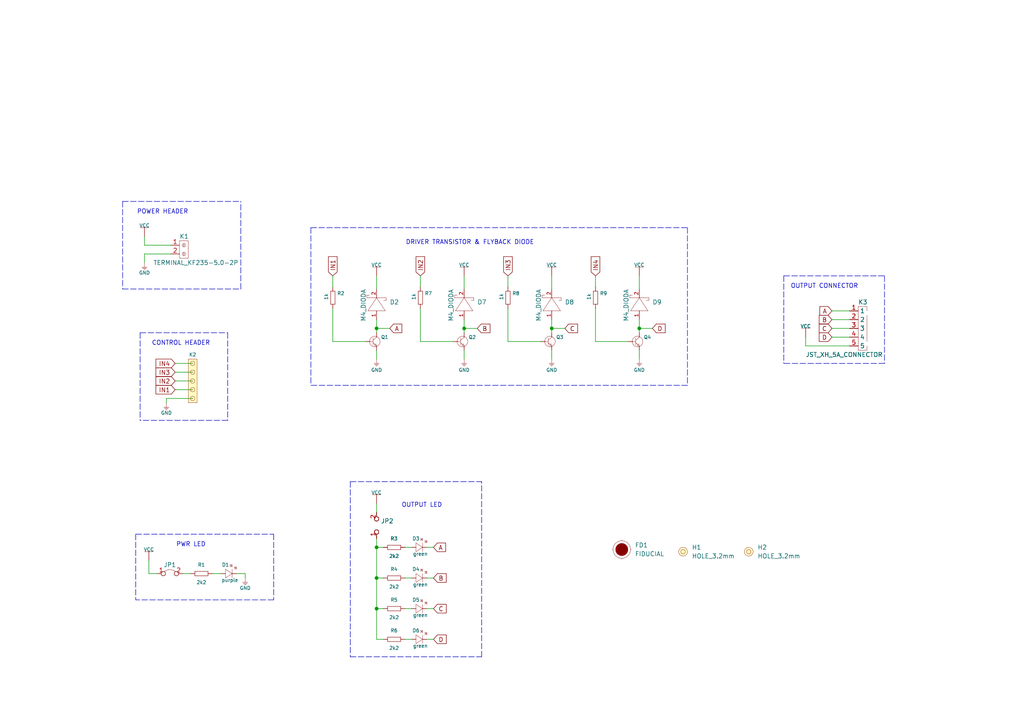
<source format=kicad_sch>
(kicad_sch (version 20211123) (generator eeschema)

  (uuid 0cc57353-743e-4492-9700-9291b26d1ac7)

  (paper "A4")

  (title_block
    (title "Basic stepper driver")
    (date "2021-10-04")
    (rev "v1.1.1.")
    (company "SOLDERED")
    (comment 1 "333134")
  )

  (lib_symbols
    (symbol "e-radionica.com schematics:0402LED" (pin_numbers hide) (pin_names (offset 0.254) hide) (in_bom yes) (on_board yes)
      (property "Reference" "D" (id 0) (at -0.635 2.54 0)
        (effects (font (size 1 1)))
      )
      (property "Value" "0402LED" (id 1) (at 0 -2.54 0)
        (effects (font (size 1 1)))
      )
      (property "Footprint" "e-radionica.com footprinti:0402LED" (id 2) (at 0 5.08 0)
        (effects (font (size 1 1)) hide)
      )
      (property "Datasheet" "" (id 3) (at 0 0 0)
        (effects (font (size 1 1)) hide)
      )
      (symbol "0402LED_0_1"
        (polyline
          (pts
            (xy -0.635 1.27)
            (xy 1.27 0)
          )
          (stroke (width 0.0006) (type default) (color 0 0 0 0))
          (fill (type none))
        )
        (polyline
          (pts
            (xy 0.635 1.905)
            (xy 1.27 2.54)
          )
          (stroke (width 0.0006) (type default) (color 0 0 0 0))
          (fill (type none))
        )
        (polyline
          (pts
            (xy 1.27 1.27)
            (xy 1.27 -1.27)
          )
          (stroke (width 0.0006) (type default) (color 0 0 0 0))
          (fill (type none))
        )
        (polyline
          (pts
            (xy 1.905 1.27)
            (xy 2.54 1.905)
          )
          (stroke (width 0.0006) (type default) (color 0 0 0 0))
          (fill (type none))
        )
        (polyline
          (pts
            (xy -0.635 1.27)
            (xy -0.635 -1.27)
            (xy 1.27 0)
          )
          (stroke (width 0.0006) (type default) (color 0 0 0 0))
          (fill (type none))
        )
        (polyline
          (pts
            (xy 1.27 2.54)
            (xy 0.635 2.54)
            (xy 1.27 1.905)
            (xy 1.27 2.54)
          )
          (stroke (width 0.0006) (type default) (color 0 0 0 0))
          (fill (type none))
        )
        (polyline
          (pts
            (xy 2.54 1.905)
            (xy 1.905 1.905)
            (xy 2.54 1.27)
            (xy 2.54 1.905)
          )
          (stroke (width 0.0006) (type default) (color 0 0 0 0))
          (fill (type none))
        )
      )
      (symbol "0402LED_1_1"
        (pin passive line (at -1.905 0 0) (length 1.27)
          (name "A" (effects (font (size 1.27 1.27))))
          (number "1" (effects (font (size 1.27 1.27))))
        )
        (pin passive line (at 2.54 0 180) (length 1.27)
          (name "K" (effects (font (size 1.27 1.27))))
          (number "2" (effects (font (size 1.27 1.27))))
        )
      )
    )
    (symbol "e-radionica.com schematics:0402R" (pin_numbers hide) (pin_names (offset 0.254)) (in_bom yes) (on_board yes)
      (property "Reference" "R" (id 0) (at -1.905 1.27 0)
        (effects (font (size 1 1)))
      )
      (property "Value" "0402R" (id 1) (at 0 -1.27 0)
        (effects (font (size 1 1)))
      )
      (property "Footprint" "e-radionica.com footprinti:0402R" (id 2) (at -2.54 1.905 0)
        (effects (font (size 1 1)) hide)
      )
      (property "Datasheet" "" (id 3) (at -2.54 1.905 0)
        (effects (font (size 1 1)) hide)
      )
      (symbol "0402R_0_1"
        (rectangle (start -1.905 -0.635) (end 1.905 -0.6604)
          (stroke (width 0.1) (type default) (color 0 0 0 0))
          (fill (type none))
        )
        (rectangle (start -1.905 0.635) (end -1.8796 -0.635)
          (stroke (width 0.1) (type default) (color 0 0 0 0))
          (fill (type none))
        )
        (rectangle (start -1.905 0.635) (end 1.905 0.6096)
          (stroke (width 0.1) (type default) (color 0 0 0 0))
          (fill (type none))
        )
        (rectangle (start 1.905 0.635) (end 1.9304 -0.635)
          (stroke (width 0.1) (type default) (color 0 0 0 0))
          (fill (type none))
        )
      )
      (symbol "0402R_1_1"
        (pin passive line (at -3.175 0 0) (length 1.27)
          (name "~" (effects (font (size 1.27 1.27))))
          (number "1" (effects (font (size 1.27 1.27))))
        )
        (pin passive line (at 3.175 0 180) (length 1.27)
          (name "~" (effects (font (size 1.27 1.27))))
          (number "2" (effects (font (size 1.27 1.27))))
        )
      )
    )
    (symbol "e-radionica.com schematics:0603R" (pin_numbers hide) (pin_names (offset 0.254)) (in_bom yes) (on_board yes)
      (property "Reference" "R" (id 0) (at -1.905 1.905 0)
        (effects (font (size 1 1)))
      )
      (property "Value" "0603R" (id 1) (at 0 -1.905 0)
        (effects (font (size 1 1)))
      )
      (property "Footprint" "e-radionica.com footprinti:0603R" (id 2) (at -0.635 1.905 0)
        (effects (font (size 1 1)) hide)
      )
      (property "Datasheet" "" (id 3) (at -0.635 1.905 0)
        (effects (font (size 1 1)) hide)
      )
      (symbol "0603R_0_1"
        (rectangle (start -1.905 -0.635) (end 1.905 -0.6604)
          (stroke (width 0.1) (type default) (color 0 0 0 0))
          (fill (type none))
        )
        (rectangle (start -1.905 0.635) (end -1.8796 -0.635)
          (stroke (width 0.1) (type default) (color 0 0 0 0))
          (fill (type none))
        )
        (rectangle (start -1.905 0.635) (end 1.905 0.6096)
          (stroke (width 0.1) (type default) (color 0 0 0 0))
          (fill (type none))
        )
        (rectangle (start 1.905 0.635) (end 1.9304 -0.635)
          (stroke (width 0.1) (type default) (color 0 0 0 0))
          (fill (type none))
        )
      )
      (symbol "0603R_1_1"
        (pin passive line (at -3.175 0 0) (length 1.27)
          (name "~" (effects (font (size 1.27 1.27))))
          (number "1" (effects (font (size 1.27 1.27))))
        )
        (pin passive line (at 3.175 0 180) (length 1.27)
          (name "~" (effects (font (size 1.27 1.27))))
          (number "2" (effects (font (size 1.27 1.27))))
        )
      )
    )
    (symbol "e-radionica.com schematics:FIDUCIAL" (in_bom no) (on_board yes)
      (property "Reference" "FD" (id 0) (at 0 3.81 0)
        (effects (font (size 1.27 1.27)))
      )
      (property "Value" "FIDUCIAL" (id 1) (at 0 -3.81 0)
        (effects (font (size 1.27 1.27)))
      )
      (property "Footprint" "e-radionica.com footprinti:FIDUCIAL_23" (id 2) (at 0.254 -5.334 0)
        (effects (font (size 1.27 1.27)) hide)
      )
      (property "Datasheet" "" (id 3) (at 0 0 0)
        (effects (font (size 1.27 1.27)) hide)
      )
      (symbol "FIDUCIAL_0_1"
        (polyline
          (pts
            (xy -2.54 0)
            (xy -2.794 0)
          )
          (stroke (width 0.0006) (type default) (color 0 0 0 0))
          (fill (type none))
        )
        (polyline
          (pts
            (xy 0 -2.54)
            (xy 0 -2.794)
          )
          (stroke (width 0.0006) (type default) (color 0 0 0 0))
          (fill (type none))
        )
        (polyline
          (pts
            (xy 0 2.54)
            (xy 0 2.794)
          )
          (stroke (width 0.0006) (type default) (color 0 0 0 0))
          (fill (type none))
        )
        (polyline
          (pts
            (xy 2.54 0)
            (xy 2.794 0)
          )
          (stroke (width 0.0006) (type default) (color 0 0 0 0))
          (fill (type none))
        )
        (circle (center 0 0) (radius 1.7961)
          (stroke (width 0.001) (type default) (color 0 0 0 0))
          (fill (type outline))
        )
        (circle (center 0 0) (radius 2.54)
          (stroke (width 0.0006) (type default) (color 0 0 0 0))
          (fill (type none))
        )
      )
    )
    (symbol "e-radionica.com schematics:GND" (power) (pin_names (offset 0)) (in_bom yes) (on_board yes)
      (property "Reference" "#PWR" (id 0) (at 4.445 0 0)
        (effects (font (size 1 1)) hide)
      )
      (property "Value" "GND" (id 1) (at 0 -2.921 0)
        (effects (font (size 1 1)))
      )
      (property "Footprint" "" (id 2) (at 4.445 3.81 0)
        (effects (font (size 1 1)) hide)
      )
      (property "Datasheet" "" (id 3) (at 4.445 3.81 0)
        (effects (font (size 1 1)) hide)
      )
      (property "ki_keywords" "power-flag" (id 4) (at 0 0 0)
        (effects (font (size 1.27 1.27)) hide)
      )
      (property "ki_description" "Power symbol creates a global label with name \"+3V3\"" (id 5) (at 0 0 0)
        (effects (font (size 1.27 1.27)) hide)
      )
      (symbol "GND_0_1"
        (polyline
          (pts
            (xy -0.762 -1.27)
            (xy 0.762 -1.27)
          )
          (stroke (width 0.0006) (type default) (color 0 0 0 0))
          (fill (type none))
        )
        (polyline
          (pts
            (xy -0.635 -1.524)
            (xy 0.635 -1.524)
          )
          (stroke (width 0.0006) (type default) (color 0 0 0 0))
          (fill (type none))
        )
        (polyline
          (pts
            (xy -0.381 -1.778)
            (xy 0.381 -1.778)
          )
          (stroke (width 0.0006) (type default) (color 0 0 0 0))
          (fill (type none))
        )
        (polyline
          (pts
            (xy -0.127 -2.032)
            (xy 0.127 -2.032)
          )
          (stroke (width 0.0006) (type default) (color 0 0 0 0))
          (fill (type none))
        )
        (polyline
          (pts
            (xy 0 0)
            (xy 0 -1.27)
          )
          (stroke (width 0.0006) (type default) (color 0 0 0 0))
          (fill (type none))
        )
      )
      (symbol "GND_1_1"
        (pin power_in line (at 0 0 270) (length 0) hide
          (name "GND" (effects (font (size 1.27 1.27))))
          (number "1" (effects (font (size 1.27 1.27))))
        )
      )
    )
    (symbol "e-radionica.com schematics:GND_3" (power) (pin_names (offset 0)) (in_bom yes) (on_board yes)
      (property "Reference" "#PWR" (id 0) (at 4.445 0 0)
        (effects (font (size 1 1)) hide)
      )
      (property "Value" "GND" (id 1) (at 0 -2.921 0)
        (effects (font (size 1 1)))
      )
      (property "Footprint" "" (id 2) (at 4.445 3.81 0)
        (effects (font (size 1 1)) hide)
      )
      (property "Datasheet" "" (id 3) (at 4.445 3.81 0)
        (effects (font (size 1 1)) hide)
      )
      (property "ki_keywords" "power-flag" (id 4) (at 0 0 0)
        (effects (font (size 1.27 1.27)) hide)
      )
      (property "ki_description" "Power symbol creates a global label with name \"+3V3\"" (id 5) (at 0 0 0)
        (effects (font (size 1.27 1.27)) hide)
      )
      (symbol "GND_3_0_1"
        (polyline
          (pts
            (xy -0.762 -1.27)
            (xy 0.762 -1.27)
          )
          (stroke (width 0.0006) (type default) (color 0 0 0 0))
          (fill (type none))
        )
        (polyline
          (pts
            (xy -0.635 -1.524)
            (xy 0.635 -1.524)
          )
          (stroke (width 0.0006) (type default) (color 0 0 0 0))
          (fill (type none))
        )
        (polyline
          (pts
            (xy -0.381 -1.778)
            (xy 0.381 -1.778)
          )
          (stroke (width 0.0006) (type default) (color 0 0 0 0))
          (fill (type none))
        )
        (polyline
          (pts
            (xy -0.127 -2.032)
            (xy 0.127 -2.032)
          )
          (stroke (width 0.0006) (type default) (color 0 0 0 0))
          (fill (type none))
        )
        (polyline
          (pts
            (xy 0 0)
            (xy 0 -1.27)
          )
          (stroke (width 0.0006) (type default) (color 0 0 0 0))
          (fill (type none))
        )
      )
      (symbol "GND_3_1_1"
        (pin power_in line (at 0 0 270) (length 0) hide
          (name "GND" (effects (font (size 1.27 1.27))))
          (number "1" (effects (font (size 1.27 1.27))))
        )
      )
    )
    (symbol "e-radionica.com schematics:HEADER_MALE_5X1" (pin_numbers hide) (pin_names hide) (in_bom yes) (on_board yes)
      (property "Reference" "K" (id 0) (at -0.635 7.62 0)
        (effects (font (size 1 1)))
      )
      (property "Value" "HEADER_MALE_5X1" (id 1) (at 0.635 -7.62 0)
        (effects (font (size 1 1)))
      )
      (property "Footprint" "e-radionica.com footprinti:HEADER_MALE_5X1" (id 2) (at 0 0 0)
        (effects (font (size 1 1)) hide)
      )
      (property "Datasheet" "" (id 3) (at 0 0 0)
        (effects (font (size 1 1)) hide)
      )
      (symbol "HEADER_MALE_5X1_0_1"
        (rectangle (start -1.27 6.35) (end 1.27 -6.35)
          (stroke (width 0.001) (type default) (color 0 0 0 0))
          (fill (type background))
        )
        (circle (center 0 -5.08) (radius 0.635)
          (stroke (width 0.0006) (type default) (color 0 0 0 0))
          (fill (type none))
        )
        (circle (center 0 -2.54) (radius 0.635)
          (stroke (width 0.0006) (type default) (color 0 0 0 0))
          (fill (type none))
        )
        (circle (center 0 0) (radius 0.635)
          (stroke (width 0.0006) (type default) (color 0 0 0 0))
          (fill (type none))
        )
        (circle (center 0 2.54) (radius 0.635)
          (stroke (width 0.0006) (type default) (color 0 0 0 0))
          (fill (type none))
        )
        (circle (center 0 5.08) (radius 0.635)
          (stroke (width 0.0006) (type default) (color 0 0 0 0))
          (fill (type none))
        )
      )
      (symbol "HEADER_MALE_5X1_1_1"
        (pin passive line (at 0 -5.08 180) (length 0)
          (name "~" (effects (font (size 1 1))))
          (number "1" (effects (font (size 1 1))))
        )
        (pin passive line (at 0 -2.54 180) (length 0)
          (name "~" (effects (font (size 1 1))))
          (number "2" (effects (font (size 1 1))))
        )
        (pin passive line (at 0 0 180) (length 0)
          (name "~" (effects (font (size 1 1))))
          (number "3" (effects (font (size 1 1))))
        )
        (pin passive line (at 0 2.54 180) (length 0)
          (name "~" (effects (font (size 1 1))))
          (number "4" (effects (font (size 1 1))))
        )
        (pin passive line (at 0 5.08 180) (length 0)
          (name "~" (effects (font (size 0.991 0.991))))
          (number "5" (effects (font (size 0.991 0.991))))
        )
      )
    )
    (symbol "e-radionica.com schematics:HOLE_3.2mm" (pin_numbers hide) (pin_names hide) (in_bom yes) (on_board yes)
      (property "Reference" "H" (id 0) (at 0 2.54 0)
        (effects (font (size 1.27 1.27)))
      )
      (property "Value" "HOLE_3.2mm" (id 1) (at 0 -2.54 0)
        (effects (font (size 1.27 1.27)))
      )
      (property "Footprint" "e-radionica.com footprinti:HOLE_3.2mm" (id 2) (at 0 0 0)
        (effects (font (size 1.27 1.27)) hide)
      )
      (property "Datasheet" "" (id 3) (at 0 0 0)
        (effects (font (size 1.27 1.27)) hide)
      )
      (symbol "HOLE_3.2mm_0_1"
        (circle (center 0 0) (radius 0.635)
          (stroke (width 0.0006) (type default) (color 0 0 0 0))
          (fill (type none))
        )
        (circle (center 0 0) (radius 1.27)
          (stroke (width 0.001) (type default) (color 0 0 0 0))
          (fill (type background))
        )
      )
    )
    (symbol "e-radionica.com schematics:JST_XH_5A_CONNECTOR" (in_bom yes) (on_board yes)
      (property "Reference" "K" (id 0) (at 0 7.62 0)
        (effects (font (size 1.27 1.27)))
      )
      (property "Value" "JST_XH_5A_CONNECTOR" (id 1) (at 0 -7.62 0)
        (effects (font (size 1.27 1.27)))
      )
      (property "Footprint" "e-radionica.com footprinti:JST_XH_5A_CONNECTOR" (id 2) (at 0 -10.16 0)
        (effects (font (size 1.27 1.27)) hide)
      )
      (property "Datasheet" "" (id 3) (at -1.27 0 0)
        (effects (font (size 1.27 1.27)) hide)
      )
      (property "ki_keywords" "Stepper connector header jst" (id 4) (at 0 0 0)
        (effects (font (size 1.27 1.27)) hide)
      )
      (symbol "JST_XH_5A_CONNECTOR_0_1"
        (polyline
          (pts
            (xy 1.27 3.81)
            (xy 1.27 -3.81)
          )
          (stroke (width 0.0006) (type default) (color 0 0 0 0))
          (fill (type none))
        )
        (polyline
          (pts
            (xy -1.27 6.35)
            (xy 1.27 6.35)
            (xy 1.27 5.08)
          )
          (stroke (width 0.0006) (type default) (color 0 0 0 0))
          (fill (type none))
        )
        (polyline
          (pts
            (xy -1.27 6.35)
            (xy -1.27 -6.35)
            (xy 1.27 -6.35)
            (xy 1.27 -5.08)
          )
          (stroke (width 0.0006) (type default) (color 0 0 0 0))
          (fill (type none))
        )
      )
      (symbol "JST_XH_5A_CONNECTOR_1_1"
        (pin input line (at -3.81 5.08 0) (length 2.54)
          (name "1" (effects (font (size 1.27 1.27))))
          (number "1" (effects (font (size 1.27 1.27))))
        )
        (pin input line (at -3.81 2.54 0) (length 2.54)
          (name "2" (effects (font (size 1.27 1.27))))
          (number "2" (effects (font (size 1.27 1.27))))
        )
        (pin input line (at -3.81 0 0) (length 2.54)
          (name "3" (effects (font (size 1.27 1.27))))
          (number "3" (effects (font (size 1.27 1.27))))
        )
        (pin input line (at -3.81 -2.54 0) (length 2.54)
          (name "4" (effects (font (size 1.27 1.27))))
          (number "4" (effects (font (size 1.27 1.27))))
        )
        (pin input line (at -3.81 -5.08 0) (length 2.54)
          (name "5" (effects (font (size 1.27 1.27))))
          (number "5" (effects (font (size 1.27 1.27))))
        )
      )
    )
    (symbol "e-radionica.com schematics:M4_DIODA" (pin_names hide) (in_bom yes) (on_board yes)
      (property "Reference" "D" (id 0) (at 0 3.81 0)
        (effects (font (size 1.27 1.27)))
      )
      (property "Value" "M4_DIODA" (id 1) (at 0 -4.572 0)
        (effects (font (size 1.27 1.27)))
      )
      (property "Footprint" "e-radionica.com footprinti:M4_DIODA" (id 2) (at 0 -6.35 0)
        (effects (font (size 1.27 1.27)) hide)
      )
      (property "Datasheet" "" (id 3) (at 0 0 0)
        (effects (font (size 1.27 1.27)) hide)
      )
      (symbol "M4_DIODA_0_1"
        (polyline
          (pts
            (xy -2.54 2.54)
            (xy -2.54 -2.54)
            (xy 1.27 0)
            (xy -2.54 2.54)
          )
          (stroke (width 0.0006) (type default) (color 0 0 0 0))
          (fill (type none))
        )
        (polyline
          (pts
            (xy 1.27 2.794)
            (xy 1.27 -2.794)
            (xy 0.508 -2.794)
            (xy 0.508 -2.032)
          )
          (stroke (width 0.0006) (type default) (color 0 0 0 0))
          (fill (type none))
        )
        (polyline
          (pts
            (xy 1.27 2.794)
            (xy 2.032 2.794)
            (xy 2.032 2.032)
            (xy 2.032 2.54)
          )
          (stroke (width 0.0006) (type default) (color 0 0 0 0))
          (fill (type none))
        )
      )
      (symbol "M4_DIODA_1_1"
        (pin passive line (at -5.08 0 0) (length 2.54)
          (name "A" (effects (font (size 1 1))))
          (number "1" (effects (font (size 1 1))))
        )
        (pin passive line (at 3.81 0 180) (length 2.54)
          (name "K" (effects (font (size 1 1))))
          (number "2" (effects (font (size 1 1))))
        )
      )
    )
    (symbol "e-radionica.com schematics:NPN-SOT-23-3" (pin_numbers hide) (pin_names hide) (in_bom yes) (on_board yes)
      (property "Reference" "Q" (id 0) (at -2.286 2.921 0)
        (effects (font (size 1 1)))
      )
      (property "Value" "NPN-SOT-23-3" (id 1) (at 0 -3.81 0)
        (effects (font (size 1 1)))
      )
      (property "Footprint" "e-radionica.com footprinti:SOT-23-3" (id 2) (at 0 0 0)
        (effects (font (size 1 1)) hide)
      )
      (property "Datasheet" "" (id 3) (at 0 0 0)
        (effects (font (size 1 1)) hide)
      )
      (symbol "NPN-SOT-23-3_0_1"
        (circle (center -0.508 0) (radius 1.524)
          (stroke (width 0.0006) (type default) (color 0 0 0 0))
          (fill (type none))
        )
        (polyline
          (pts
            (xy -2.032 0)
            (xy -1.016 0)
          )
          (stroke (width 0.0006) (type default) (color 0 0 0 0))
          (fill (type none))
        )
        (polyline
          (pts
            (xy -1.016 -0.381)
            (xy -0.4064 -0.9144)
          )
          (stroke (width 0.1) (type default) (color 0 0 0 0))
          (fill (type none))
        )
        (polyline
          (pts
            (xy -1.016 0.381)
            (xy 0 1.27)
          )
          (stroke (width 0.0006) (type default) (color 0 0 0 0))
          (fill (type none))
        )
        (polyline
          (pts
            (xy -1.016 1.016)
            (xy -1.016 -1.016)
          )
          (stroke (width 0.0006) (type default) (color 0 0 0 0))
          (fill (type none))
        )
        (polyline
          (pts
            (xy -0.6096 -1.1684)
            (xy -0.2032 -0.6604)
            (xy 0 -1.27)
            (xy -0.6096 -1.1684)
          )
          (stroke (width 0.0006) (type default) (color 0 0 0 0))
          (fill (type none))
        )
      )
      (symbol "NPN-SOT-23-3_1_1"
        (pin passive line (at -3.175 0 0) (length 1.27)
          (name "B" (effects (font (size 1 1))))
          (number "1" (effects (font (size 1 1))))
        )
        (pin passive line (at 0 -2.54 90) (length 1.27)
          (name "E" (effects (font (size 1 1))))
          (number "2" (effects (font (size 1 1))))
        )
        (pin passive line (at 0 2.54 270) (length 1.27)
          (name "C" (effects (font (size 1 1))))
          (number "3" (effects (font (size 1 1))))
        )
      )
    )
    (symbol "e-radionica.com schematics:SMD-JUMPER-CONNECTED_TRACE_SLODERMASK" (in_bom yes) (on_board yes)
      (property "Reference" "JP" (id 0) (at 0 3.556 0)
        (effects (font (size 1.27 1.27)))
      )
      (property "Value" "SMD-JUMPER-CONNECTED_TRACE_SLODERMASK" (id 1) (at 0 -2.54 0)
        (effects (font (size 1.27 1.27)))
      )
      (property "Footprint" "e-radionica.com footprinti:SMD-JUMPER-CONNECTED_TRACE_SLODERMASK" (id 2) (at 0 -5.715 0)
        (effects (font (size 1.27 1.27)) hide)
      )
      (property "Datasheet" "" (id 3) (at 0 0 0)
        (effects (font (size 1.27 1.27)) hide)
      )
      (symbol "SMD-JUMPER-CONNECTED_TRACE_SLODERMASK_0_1"
        (arc (start 1.5845 0.5996) (mid -0.0202 1.1519) (end -1.6159 0.5742)
          (stroke (width 0.0006) (type default) (color 0 0 0 0))
          (fill (type none))
        )
      )
      (symbol "SMD-JUMPER-CONNECTED_TRACE_SLODERMASK_1_1"
        (pin passive inverted (at -3.81 0 0) (length 2.54)
          (name "" (effects (font (size 1.27 1.27))))
          (number "1" (effects (font (size 1.27 1.27))))
        )
        (pin passive inverted (at 3.81 0 180) (length 2.54)
          (name "" (effects (font (size 1.27 1.27))))
          (number "2" (effects (font (size 1.27 1.27))))
        )
      )
    )
    (symbol "e-radionica.com schematics:SMD_JUMPER" (in_bom yes) (on_board yes)
      (property "Reference" "JP" (id 0) (at 0 1.397 0)
        (effects (font (size 1.27 1.27)))
      )
      (property "Value" "SMD_JUMPER" (id 1) (at 0.508 -3.048 0)
        (effects (font (size 1.27 1.27)))
      )
      (property "Footprint" "e-radionica.com footprinti:SMD_JUMPER" (id 2) (at 0 0 0)
        (effects (font (size 1.27 1.27)) hide)
      )
      (property "Datasheet" "" (id 3) (at 0 0 0)
        (effects (font (size 1.27 1.27)) hide)
      )
      (symbol "SMD_JUMPER_1_1"
        (pin passive inverted (at -3.81 0 0) (length 2.54)
          (name "" (effects (font (size 1.27 1.27))))
          (number "1" (effects (font (size 1.27 1.27))))
        )
        (pin passive inverted (at 3.81 0 180) (length 2.54)
          (name "" (effects (font (size 1.27 1.27))))
          (number "2" (effects (font (size 1.27 1.27))))
        )
      )
    )
    (symbol "e-radionica.com schematics:TERMINAL_KF235-5.0-2P" (in_bom yes) (on_board yes)
      (property "Reference" "K" (id 0) (at 0 3.81 0)
        (effects (font (size 1.27 1.27)))
      )
      (property "Value" "TERMINAL_KF235-5.0-2P" (id 1) (at 0 -3.81 0)
        (effects (font (size 1.27 1.27)))
      )
      (property "Footprint" "e-radionica.com footprinti:TERMINAL_KF235-5.0-2P" (id 2) (at 0 0 0)
        (effects (font (size 1.27 1.27)) hide)
      )
      (property "Datasheet" "" (id 3) (at 0 0 0)
        (effects (font (size 1.27 1.27)) hide)
      )
      (symbol "TERMINAL_KF235-5.0-2P_0_1"
        (rectangle (start -1.27 2.54) (end 1.27 -2.54)
          (stroke (width 0.0006) (type default) (color 0 0 0 0))
          (fill (type none))
        )
        (circle (center 0 -1.27) (radius 0.508)
          (stroke (width 0.0006) (type default) (color 0 0 0 0))
          (fill (type none))
        )
        (polyline
          (pts
            (xy -0.254 -1.27)
            (xy 0.254 -1.27)
          )
          (stroke (width 0.0006) (type default) (color 0 0 0 0))
          (fill (type none))
        )
        (polyline
          (pts
            (xy -0.254 1.27)
            (xy 0.254 1.27)
          )
          (stroke (width 0.0006) (type default) (color 0 0 0 0))
          (fill (type none))
        )
        (polyline
          (pts
            (xy 0 -0.762)
            (xy 0 -1.778)
          )
          (stroke (width 0.0006) (type default) (color 0 0 0 0))
          (fill (type none))
        )
        (polyline
          (pts
            (xy 0 1.778)
            (xy 0 0.762)
          )
          (stroke (width 0.0006) (type default) (color 0 0 0 0))
          (fill (type none))
        )
        (circle (center 0 1.27) (radius 0.508)
          (stroke (width 0.0006) (type default) (color 0 0 0 0))
          (fill (type none))
        )
      )
      (symbol "TERMINAL_KF235-5.0-2P_1_1"
        (pin input line (at -3.81 1.27 0) (length 2.54)
          (name "~" (effects (font (size 1.27 1.27))))
          (number "1" (effects (font (size 1.27 1.27))))
        )
        (pin input line (at -3.81 -1.27 0) (length 2.54)
          (name "~" (effects (font (size 1.27 1.27))))
          (number "2" (effects (font (size 1.27 1.27))))
        )
      )
    )
    (symbol "e-radionica.com schematics:VCC" (power) (pin_names (offset 0)) (in_bom yes) (on_board yes)
      (property "Reference" "#PWR" (id 0) (at 4.445 0 0)
        (effects (font (size 1 1)) hide)
      )
      (property "Value" "VCC" (id 1) (at 0 3.556 0)
        (effects (font (size 1 1)))
      )
      (property "Footprint" "" (id 2) (at 4.445 3.81 0)
        (effects (font (size 1 1)) hide)
      )
      (property "Datasheet" "" (id 3) (at 4.445 3.81 0)
        (effects (font (size 1 1)) hide)
      )
      (property "ki_keywords" "power-flag" (id 4) (at 0 0 0)
        (effects (font (size 1.27 1.27)) hide)
      )
      (property "ki_description" "Power symbol creates a global label with name \"+3V3\"" (id 5) (at 0 0 0)
        (effects (font (size 1.27 1.27)) hide)
      )
      (symbol "VCC_0_1"
        (polyline
          (pts
            (xy -1.27 2.54)
            (xy 1.27 2.54)
          )
          (stroke (width 0.0006) (type default) (color 0 0 0 0))
          (fill (type none))
        )
        (polyline
          (pts
            (xy 0 0)
            (xy 0 2.54)
          )
          (stroke (width 0) (type default) (color 0 0 0 0))
          (fill (type none))
        )
      )
      (symbol "VCC_1_1"
        (pin power_in line (at 0 0 90) (length 0) hide
          (name "VCC" (effects (font (size 1.27 1.27))))
          (number "1" (effects (font (size 1.27 1.27))))
        )
      )
    )
  )

  (junction (at 160.02 95.25) (diameter 0.9144) (color 0 0 0 0)
    (uuid 182b2d54-931d-49d6-9f39-60a752623e36)
  )
  (junction (at 185.42 95.25) (diameter 0.9144) (color 0 0 0 0)
    (uuid 5114c7bf-b955-49f3-a0a8-4b954c81bde0)
  )
  (junction (at 109.22 95.25) (diameter 0.9144) (color 0 0 0 0)
    (uuid 789ca812-3e0c-4a3f-97bc-a916dd9bce80)
  )
  (junction (at 109.22 176.53) (diameter 0.9144) (color 0 0 0 0)
    (uuid a17904b9-135e-4dae-ae20-401c7787de72)
  )
  (junction (at 109.22 167.64) (diameter 0.9144) (color 0 0 0 0)
    (uuid cdfb07af-801b-44ba-8c30-d021a6ad3039)
  )
  (junction (at 109.22 158.75) (diameter 0.9144) (color 0 0 0 0)
    (uuid e6b860cc-cb76-4220-acfb-68f1eb348bfa)
  )
  (junction (at 134.62 95.25) (diameter 0.9144) (color 0 0 0 0)
    (uuid f202141e-c20d-4cac-b016-06a44f2ecce8)
  )

  (wire (pts (xy 241.3 95.25) (xy 246.38 95.25))
    (stroke (width 0) (type solid) (color 0 0 0 0))
    (uuid 04581ae7-9547-488d-8f10-f35a9d979581)
  )
  (wire (pts (xy 172.72 99.06) (xy 182.245 99.06))
    (stroke (width 0) (type solid) (color 0 0 0 0))
    (uuid 07708ffb-034f-46f6-9e3a-f67749940e24)
  )
  (wire (pts (xy 185.42 101.6) (xy 185.42 104.14))
    (stroke (width 0) (type solid) (color 0 0 0 0))
    (uuid 07d4d3ab-5f7e-4d82-a15d-fc831ec48092)
  )
  (wire (pts (xy 134.62 95.25) (xy 134.62 96.52))
    (stroke (width 0) (type solid) (color 0 0 0 0))
    (uuid 0dfb8e68-3b0e-47f6-b17f-6e0ddb9b078b)
  )
  (wire (pts (xy 48.26 115.57) (xy 48.26 116.84))
    (stroke (width 0) (type solid) (color 0 0 0 0))
    (uuid 0e414a70-9868-4629-80cd-0d27ca8a7f7c)
  )
  (wire (pts (xy 160.02 92.71) (xy 160.02 95.25))
    (stroke (width 0) (type solid) (color 0 0 0 0))
    (uuid 10c91d1d-47c2-4df8-ad77-323714d782e6)
  )
  (polyline (pts (xy 90.17 66.04) (xy 90.17 111.76))
    (stroke (width 0) (type dash) (color 0 0 0 0))
    (uuid 124a972f-7ee4-464c-bc89-2cdd39aa21b8)
  )
  (polyline (pts (xy 90.17 66.04) (xy 199.39 66.04))
    (stroke (width 0) (type dash) (color 0 0 0 0))
    (uuid 124a972f-7ee4-464c-bc89-2cdd39aa21b9)
  )
  (polyline (pts (xy 199.39 66.04) (xy 199.39 111.76))
    (stroke (width 0) (type dash) (color 0 0 0 0))
    (uuid 124a972f-7ee4-464c-bc89-2cdd39aa21ba)
  )
  (polyline (pts (xy 199.39 111.76) (xy 90.17 111.76))
    (stroke (width 0) (type dash) (color 0 0 0 0))
    (uuid 124a972f-7ee4-464c-bc89-2cdd39aa21bb)
  )

  (wire (pts (xy 121.92 80.01) (xy 121.92 83.185))
    (stroke (width 0) (type solid) (color 0 0 0 0))
    (uuid 1285f1c9-ea00-4b49-8d6d-316366a5965a)
  )
  (wire (pts (xy 109.22 146.05) (xy 109.22 148.59))
    (stroke (width 0) (type solid) (color 0 0 0 0))
    (uuid 1ab68199-4385-482a-b132-a49fc4ccc583)
  )
  (wire (pts (xy 134.62 80.01) (xy 134.62 83.82))
    (stroke (width 0) (type solid) (color 0 0 0 0))
    (uuid 1d92a9d8-5dc6-4753-9d58-26b6f97de5b2)
  )
  (wire (pts (xy 121.92 99.06) (xy 131.445 99.06))
    (stroke (width 0) (type solid) (color 0 0 0 0))
    (uuid 203e2570-5e36-46ad-a10c-d0897d0cf5d6)
  )
  (polyline (pts (xy 39.37 154.94) (xy 39.37 173.99))
    (stroke (width 0) (type dash) (color 0 0 0 0))
    (uuid 21da57c6-66d0-46e6-b7c6-e3550f59944c)
  )

  (wire (pts (xy 96.52 89.535) (xy 96.52 99.06))
    (stroke (width 0) (type solid) (color 0 0 0 0))
    (uuid 259acaa7-62ca-4171-9895-f9e2ee237ad4)
  )
  (wire (pts (xy 134.62 101.6) (xy 134.62 104.14))
    (stroke (width 0) (type solid) (color 0 0 0 0))
    (uuid 259f6611-cd3f-46ff-91d7-b559ec1cebe5)
  )
  (wire (pts (xy 160.02 95.25) (xy 160.02 96.52))
    (stroke (width 0) (type solid) (color 0 0 0 0))
    (uuid 29325489-8d70-4441-9ca5-c85b09368292)
  )
  (wire (pts (xy 160.02 101.6) (xy 160.02 104.14))
    (stroke (width 0) (type solid) (color 0 0 0 0))
    (uuid 2b0c1a7c-069a-4881-b686-f55a4f15e7fa)
  )
  (wire (pts (xy 121.92 89.535) (xy 121.92 99.06))
    (stroke (width 0) (type solid) (color 0 0 0 0))
    (uuid 2b1eae0d-d0f0-4b1c-904b-abdfffc11be5)
  )
  (polyline (pts (xy 227.33 80.01) (xy 227.33 105.41))
    (stroke (width 0) (type dash) (color 0 0 0 0))
    (uuid 2b99d195-2be5-42b4-bb49-c6c9b23b77cd)
  )

  (wire (pts (xy 71.12 166.37) (xy 68.58 166.37))
    (stroke (width 0) (type solid) (color 0 0 0 0))
    (uuid 2ecaada3-85ff-434d-ac9a-7ab07c7fc285)
  )
  (wire (pts (xy 96.52 80.01) (xy 96.52 83.185))
    (stroke (width 0) (type solid) (color 0 0 0 0))
    (uuid 2f13c74e-7f7b-4ebe-a0dd-2296d039bc60)
  )
  (wire (pts (xy 123.825 185.42) (xy 125.73 185.42))
    (stroke (width 0) (type solid) (color 0 0 0 0))
    (uuid 33610c07-dc56-41d2-8522-9b3a5badb1c5)
  )
  (polyline (pts (xy 227.33 80.01) (xy 256.54 80.01))
    (stroke (width 0) (type dash) (color 0 0 0 0))
    (uuid 3b32afcb-f7bf-4073-890e-9545c7de4bf4)
  )

  (wire (pts (xy 185.42 80.01) (xy 185.42 83.82))
    (stroke (width 0) (type solid) (color 0 0 0 0))
    (uuid 3fadd243-ad65-4b49-a8dd-9a90baa75bb9)
  )
  (wire (pts (xy 185.42 95.25) (xy 185.42 96.52))
    (stroke (width 0) (type solid) (color 0 0 0 0))
    (uuid 4225b690-31b8-4437-8886-ae7e03bd55f2)
  )
  (wire (pts (xy 117.475 167.64) (xy 119.38 167.64))
    (stroke (width 0) (type solid) (color 0 0 0 0))
    (uuid 4d23dd27-741a-4602-a503-663ccc86ba42)
  )
  (wire (pts (xy 71.12 166.37) (xy 71.12 167.64))
    (stroke (width 0) (type solid) (color 0 0 0 0))
    (uuid 524ecaec-58f7-485f-9d3e-ec4b283c33f0)
  )
  (wire (pts (xy 45.466 166.37) (xy 43.18 166.37))
    (stroke (width 0) (type solid) (color 0 0 0 0))
    (uuid 558be03e-30ee-4ccc-b5bd-1d2b8c58f6f8)
  )
  (polyline (pts (xy 101.6 139.7) (xy 101.6 190.5))
    (stroke (width 0) (type dash) (color 0 0 0 0))
    (uuid 56cedcf6-37e9-49ba-9ffd-bf6f2219e310)
  )
  (polyline (pts (xy 101.6 139.7) (xy 139.7 139.7))
    (stroke (width 0) (type dash) (color 0 0 0 0))
    (uuid 56cedcf6-37e9-49ba-9ffd-bf6f2219e311)
  )
  (polyline (pts (xy 101.6 190.5) (xy 139.7 190.5))
    (stroke (width 0) (type dash) (color 0 0 0 0))
    (uuid 56cedcf6-37e9-49ba-9ffd-bf6f2219e312)
  )
  (polyline (pts (xy 139.7 190.5) (xy 139.7 139.7))
    (stroke (width 0) (type dash) (color 0 0 0 0))
    (uuid 56cedcf6-37e9-49ba-9ffd-bf6f2219e313)
  )
  (polyline (pts (xy 79.375 154.94) (xy 79.375 173.99))
    (stroke (width 0) (type dash) (color 0 0 0 0))
    (uuid 61128f1c-d3f1-43ed-b1f5-751d6f5d4f7f)
  )

  (wire (pts (xy 147.32 89.535) (xy 147.32 99.06))
    (stroke (width 0) (type solid) (color 0 0 0 0))
    (uuid 64c617e8-ad78-4b89-9cbe-3063b8566f28)
  )
  (wire (pts (xy 43.18 162.56) (xy 43.18 166.37))
    (stroke (width 0) (type solid) (color 0 0 0 0))
    (uuid 65cf0e92-8bc2-442b-9b67-4e0373ff90d3)
  )
  (wire (pts (xy 123.825 158.75) (xy 125.73 158.75))
    (stroke (width 0) (type solid) (color 0 0 0 0))
    (uuid 6e3f4c0b-2b42-49dc-8d26-498cdeecf871)
  )
  (wire (pts (xy 160.02 95.25) (xy 163.83 95.25))
    (stroke (width 0) (type solid) (color 0 0 0 0))
    (uuid 711fad89-66f4-49ca-8533-060ab6a987e0)
  )
  (polyline (pts (xy 256.54 105.41) (xy 227.33 105.41))
    (stroke (width 0) (type dash) (color 0 0 0 0))
    (uuid 735ddc69-ceed-43fc-8878-b9e6b32a66f4)
  )

  (wire (pts (xy 50.8 110.49) (xy 55.88 110.49))
    (stroke (width 0) (type solid) (color 0 0 0 0))
    (uuid 763f2013-ccfa-4a46-a020-74e091b5a296)
  )
  (wire (pts (xy 109.22 176.53) (xy 111.125 176.53))
    (stroke (width 0) (type solid) (color 0 0 0 0))
    (uuid 78fdf97e-a066-4af4-9714-08f5c675dc3b)
  )
  (wire (pts (xy 123.825 167.64) (xy 125.73 167.64))
    (stroke (width 0) (type solid) (color 0 0 0 0))
    (uuid 7bff4f4f-7c22-44d0-b10b-98f95d85c8dd)
  )
  (wire (pts (xy 96.52 99.06) (xy 106.045 99.06))
    (stroke (width 0) (type solid) (color 0 0 0 0))
    (uuid 7c913eef-676e-4526-adb7-bdc64baf758f)
  )
  (wire (pts (xy 53.086 166.37) (xy 55.245 166.37))
    (stroke (width 0) (type solid) (color 0 0 0 0))
    (uuid 81f84a12-f07d-4529-9ae0-36837b2b31e2)
  )
  (wire (pts (xy 109.22 95.25) (xy 113.03 95.25))
    (stroke (width 0) (type solid) (color 0 0 0 0))
    (uuid 83cc697c-0e39-4cfe-975f-178173cebba6)
  )
  (wire (pts (xy 147.32 99.06) (xy 156.845 99.06))
    (stroke (width 0) (type solid) (color 0 0 0 0))
    (uuid 83eb2eb4-183d-4360-a87c-cc3b21ff76f2)
  )
  (wire (pts (xy 241.3 92.71) (xy 246.38 92.71))
    (stroke (width 0) (type solid) (color 0 0 0 0))
    (uuid 86179ef7-3462-4cdb-b9c4-3cfc3716c4cf)
  )
  (wire (pts (xy 241.3 90.17) (xy 246.38 90.17))
    (stroke (width 0) (type solid) (color 0 0 0 0))
    (uuid 95a827c0-dc9c-49ae-8dc6-772ee817f7bb)
  )
  (wire (pts (xy 172.72 80.01) (xy 172.72 83.185))
    (stroke (width 0) (type solid) (color 0 0 0 0))
    (uuid 9983d5ba-3781-4525-9867-912dbec2af16)
  )
  (wire (pts (xy 147.32 80.01) (xy 147.32 83.185))
    (stroke (width 0) (type solid) (color 0 0 0 0))
    (uuid a1169a63-ac9e-4586-bf23-9cee6fe35959)
  )
  (wire (pts (xy 109.22 167.64) (xy 111.125 167.64))
    (stroke (width 0) (type solid) (color 0 0 0 0))
    (uuid a26854a6-c5f0-4b0d-9ac4-ea9ddb597680)
  )
  (wire (pts (xy 55.88 115.57) (xy 48.26 115.57))
    (stroke (width 0) (type solid) (color 0 0 0 0))
    (uuid a611abb4-2d16-40ef-8a47-766a26f7cef8)
  )
  (wire (pts (xy 241.3 97.79) (xy 246.38 97.79))
    (stroke (width 0) (type solid) (color 0 0 0 0))
    (uuid a6e5e8b7-d487-4d6e-9b38-3fa52ece60ce)
  )
  (wire (pts (xy 117.475 176.53) (xy 119.38 176.53))
    (stroke (width 0) (type solid) (color 0 0 0 0))
    (uuid b38355cc-fda9-4346-b59e-ebb46e773216)
  )
  (wire (pts (xy 109.22 167.64) (xy 109.22 158.75))
    (stroke (width 0) (type solid) (color 0 0 0 0))
    (uuid b3e6812c-b19c-4c97-b2a3-e01e64db3f47)
  )
  (wire (pts (xy 109.22 176.53) (xy 109.22 167.64))
    (stroke (width 0) (type solid) (color 0 0 0 0))
    (uuid b3e6812c-b19c-4c97-b2a3-e01e64db3f48)
  )
  (wire (pts (xy 109.22 185.42) (xy 109.22 176.53))
    (stroke (width 0) (type solid) (color 0 0 0 0))
    (uuid b3e6812c-b19c-4c97-b2a3-e01e64db3f49)
  )
  (wire (pts (xy 111.125 185.42) (xy 109.22 185.42))
    (stroke (width 0) (type solid) (color 0 0 0 0))
    (uuid b3e6812c-b19c-4c97-b2a3-e01e64db3f4a)
  )
  (wire (pts (xy 117.475 185.42) (xy 119.38 185.42))
    (stroke (width 0) (type solid) (color 0 0 0 0))
    (uuid b423742b-b3cb-4293-af22-2ec3438f6f74)
  )
  (wire (pts (xy 109.22 158.75) (xy 109.22 156.21))
    (stroke (width 0) (type solid) (color 0 0 0 0))
    (uuid b92b3ac8-dad8-4f10-a939-3b73a5a5d003)
  )
  (wire (pts (xy 111.125 158.75) (xy 109.22 158.75))
    (stroke (width 0) (type solid) (color 0 0 0 0))
    (uuid b92b3ac8-dad8-4f10-a939-3b73a5a5d004)
  )
  (wire (pts (xy 41.91 73.66) (xy 41.91 76.2))
    (stroke (width 0) (type solid) (color 0 0 0 0))
    (uuid bb35f709-182a-48e8-96de-0584b3cec586)
  )
  (wire (pts (xy 49.53 73.66) (xy 41.91 73.66))
    (stroke (width 0) (type solid) (color 0 0 0 0))
    (uuid bb35f709-182a-48e8-96de-0584b3cec587)
  )
  (wire (pts (xy 134.62 92.71) (xy 134.62 95.25))
    (stroke (width 0) (type solid) (color 0 0 0 0))
    (uuid be6ebc9b-2ad4-43f1-9669-342f3b8d3513)
  )
  (wire (pts (xy 185.42 92.71) (xy 185.42 95.25))
    (stroke (width 0) (type solid) (color 0 0 0 0))
    (uuid c7370a92-8d07-4707-8273-3853a1701978)
  )
  (wire (pts (xy 109.22 101.6) (xy 109.22 104.14))
    (stroke (width 0) (type solid) (color 0 0 0 0))
    (uuid c91da9e2-12c2-4c2b-ab38-1cad75aa91d0)
  )
  (wire (pts (xy 123.825 176.53) (xy 125.73 176.53))
    (stroke (width 0) (type solid) (color 0 0 0 0))
    (uuid d0a26bfc-31fb-4f93-9350-2e5e75775bae)
  )
  (wire (pts (xy 160.02 80.01) (xy 160.02 83.82))
    (stroke (width 0) (type solid) (color 0 0 0 0))
    (uuid d18784a3-33c2-47bb-a9c5-0d6b2951208c)
  )
  (wire (pts (xy 61.595 166.37) (xy 64.135 166.37))
    (stroke (width 0) (type solid) (color 0 0 0 0))
    (uuid d68307cc-657c-44c4-be93-df0218f67ca0)
  )
  (polyline (pts (xy 39.37 154.94) (xy 79.375 154.94))
    (stroke (width 0) (type dash) (color 0 0 0 0))
    (uuid d7e7157e-2883-406c-8adf-2c9aa8f596b1)
  )

  (wire (pts (xy 109.22 80.01) (xy 109.22 83.82))
    (stroke (width 0) (type solid) (color 0 0 0 0))
    (uuid d968a097-b5af-434a-a08b-4be2079b0f5f)
  )
  (wire (pts (xy 50.8 105.41) (xy 55.88 105.41))
    (stroke (width 0) (type solid) (color 0 0 0 0))
    (uuid dbd3f876-db32-44ea-b478-b9a26469eb1d)
  )
  (polyline (pts (xy 40.64 96.52) (xy 40.64 121.92))
    (stroke (width 0) (type dash) (color 0 0 0 0))
    (uuid dcc38ce4-69a1-4e02-806e-4f8a260f4b36)
  )
  (polyline (pts (xy 40.64 96.52) (xy 66.04 96.52))
    (stroke (width 0) (type dash) (color 0 0 0 0))
    (uuid dcc38ce4-69a1-4e02-806e-4f8a260f4b37)
  )
  (polyline (pts (xy 66.04 96.52) (xy 66.04 121.92))
    (stroke (width 0) (type dash) (color 0 0 0 0))
    (uuid dcc38ce4-69a1-4e02-806e-4f8a260f4b38)
  )
  (polyline (pts (xy 66.04 121.92) (xy 40.64 121.92))
    (stroke (width 0) (type dash) (color 0 0 0 0))
    (uuid dcc38ce4-69a1-4e02-806e-4f8a260f4b39)
  )

  (wire (pts (xy 117.475 158.75) (xy 119.38 158.75))
    (stroke (width 0) (type solid) (color 0 0 0 0))
    (uuid de982bc0-903c-47b0-b0a4-a6f2f10e82ac)
  )
  (wire (pts (xy 109.22 92.71) (xy 109.22 95.25))
    (stroke (width 0) (type solid) (color 0 0 0 0))
    (uuid decfd424-86f5-4465-adb8-613bb691cb98)
  )
  (wire (pts (xy 185.42 95.25) (xy 189.23 95.25))
    (stroke (width 0) (type solid) (color 0 0 0 0))
    (uuid defeea04-dfc1-4f40-866f-efc8523b8419)
  )
  (polyline (pts (xy 79.375 173.99) (xy 39.37 173.99))
    (stroke (width 0) (type dash) (color 0 0 0 0))
    (uuid deff023b-0b84-473a-b0be-4aede75b79c1)
  )

  (wire (pts (xy 134.62 95.25) (xy 138.43 95.25))
    (stroke (width 0) (type solid) (color 0 0 0 0))
    (uuid df84b444-a657-45c4-856d-733918e27bba)
  )
  (wire (pts (xy 50.8 107.95) (xy 55.88 107.95))
    (stroke (width 0) (type solid) (color 0 0 0 0))
    (uuid e4dba258-e83c-4739-850a-1310535e63fe)
  )
  (wire (pts (xy 109.22 95.25) (xy 109.22 96.52))
    (stroke (width 0) (type solid) (color 0 0 0 0))
    (uuid e62d3671-7d4b-4543-9557-ca7acdacb67e)
  )
  (wire (pts (xy 41.91 71.12) (xy 41.91 68.58))
    (stroke (width 0) (type solid) (color 0 0 0 0))
    (uuid e9652fdc-a80d-4c31-bb81-9d41dda9ea01)
  )
  (wire (pts (xy 49.53 71.12) (xy 41.91 71.12))
    (stroke (width 0) (type solid) (color 0 0 0 0))
    (uuid e9652fdc-a80d-4c31-bb81-9d41dda9ea02)
  )
  (polyline (pts (xy 256.54 80.01) (xy 256.54 105.41))
    (stroke (width 0) (type dash) (color 0 0 0 0))
    (uuid eabebe6a-7cb9-4ac3-9832-f05fc8d500c7)
  )

  (wire (pts (xy 233.68 100.33) (xy 233.68 97.79))
    (stroke (width 0) (type solid) (color 0 0 0 0))
    (uuid f59b0c4f-3223-4a55-854a-9ba365d24a79)
  )
  (wire (pts (xy 246.38 100.33) (xy 233.68 100.33))
    (stroke (width 0) (type solid) (color 0 0 0 0))
    (uuid f59b0c4f-3223-4a55-854a-9ba365d24a7a)
  )
  (polyline (pts (xy 35.56 58.42) (xy 35.56 83.82))
    (stroke (width 0) (type dash) (color 0 0 0 0))
    (uuid f610aac7-70ba-4623-9a33-cd09709be706)
  )
  (polyline (pts (xy 35.56 58.42) (xy 69.85 58.42))
    (stroke (width 0) (type dash) (color 0 0 0 0))
    (uuid f610aac7-70ba-4623-9a33-cd09709be707)
  )
  (polyline (pts (xy 35.56 83.82) (xy 69.85 83.82))
    (stroke (width 0) (type dash) (color 0 0 0 0))
    (uuid f610aac7-70ba-4623-9a33-cd09709be708)
  )
  (polyline (pts (xy 69.85 83.82) (xy 69.85 58.42))
    (stroke (width 0) (type dash) (color 0 0 0 0))
    (uuid f610aac7-70ba-4623-9a33-cd09709be709)
  )

  (wire (pts (xy 172.72 89.535) (xy 172.72 99.06))
    (stroke (width 0) (type solid) (color 0 0 0 0))
    (uuid f80b4780-b8c4-46be-9f67-aa7ac1ff4b43)
  )
  (wire (pts (xy 50.8 113.03) (xy 55.88 113.03))
    (stroke (width 0) (type solid) (color 0 0 0 0))
    (uuid f996c8cc-135b-450d-9a8f-f26adfe164fc)
  )

  (text "CONTROL HEADER" (at 60.96 100.33 180)
    (effects (font (size 1.27 1.27)) (justify right bottom))
    (uuid 05bb2908-6a4d-4065-a6a0-959286216c47)
  )
  (text "OUTPUT LED" (at 128.27 147.32 180)
    (effects (font (size 1.27 1.27)) (justify right bottom))
    (uuid 1406afa8-9302-4ac5-8a11-70c883e7eb8b)
  )
  (text "POWER HEADER" (at 54.61 62.23 180)
    (effects (font (size 1.27 1.27)) (justify right bottom))
    (uuid 2c10f5cb-c6fc-4522-9df0-a56733b5dca6)
  )
  (text "OUTPUT CONNECTOR" (at 248.92 83.82 180)
    (effects (font (size 1.27 1.27)) (justify right bottom))
    (uuid 4817b032-8197-4004-8c87-311413f9a7c3)
  )
  (text "PWR LED" (at 59.69 158.75 180)
    (effects (font (size 1.27 1.27)) (justify right bottom))
    (uuid 7ca640b0-d98f-4a2b-b57d-f5cff3f91f87)
  )
  (text "DRIVER TRANSISTOR & FLYBACK DIODE" (at 154.94 71.12 180)
    (effects (font (size 1.27 1.27)) (justify right bottom))
    (uuid 91195a10-98d0-41a6-ae4f-9180f03a8507)
  )

  (global_label "A" (shape input) (at 125.73 158.75 0)
    (effects (font (size 1.27 1.27)) (justify left))
    (uuid 111e0f01-1ddc-4e59-b74c-6c4b13558570)
    (property "Intersheet References" "${INTERSHEET_REFS}" (id 0) (at 130.7557 158.6706 0)
      (effects (font (size 1.27 1.27)) (justify left) hide)
    )
  )
  (global_label "C" (shape input) (at 241.3 95.25 180)
    (effects (font (size 1.27 1.27)) (justify right))
    (uuid 2c294114-3210-4028-88e4-39ff15e25335)
    (property "Intersheet References" "${INTERSHEET_REFS}" (id 0) (at 236.0929 95.1706 0)
      (effects (font (size 1.27 1.27)) (justify right) hide)
    )
  )
  (global_label "A" (shape input) (at 113.03 95.25 0)
    (effects (font (size 1.27 1.27)) (justify left))
    (uuid 384a71d0-dc08-4408-a9cb-b9479c0b32da)
    (property "Intersheet References" "${INTERSHEET_REFS}" (id 0) (at 118.0557 95.1706 0)
      (effects (font (size 1.27 1.27)) (justify left) hide)
    )
  )
  (global_label "B" (shape input) (at 125.73 167.64 0)
    (effects (font (size 1.27 1.27)) (justify left))
    (uuid 44a439a0-034e-4dbf-a830-ed4414a45225)
    (property "Intersheet References" "${INTERSHEET_REFS}" (id 0) (at 130.9371 167.5606 0)
      (effects (font (size 1.27 1.27)) (justify left) hide)
    )
  )
  (global_label "B" (shape input) (at 241.3 92.71 180)
    (effects (font (size 1.27 1.27)) (justify right))
    (uuid 46d7e3f1-e1c0-4d90-9de6-6961ea935691)
    (property "Intersheet References" "${INTERSHEET_REFS}" (id 0) (at 236.0929 92.6306 0)
      (effects (font (size 1.27 1.27)) (justify right) hide)
    )
  )
  (global_label "D" (shape input) (at 241.3 97.79 180)
    (effects (font (size 1.27 1.27)) (justify right))
    (uuid 4f5077b9-d50a-4a72-9460-47dca8cfa087)
    (property "Intersheet References" "${INTERSHEET_REFS}" (id 0) (at 236.0929 97.7106 0)
      (effects (font (size 1.27 1.27)) (justify right) hide)
    )
  )
  (global_label "IN3" (shape input) (at 147.32 80.01 90)
    (effects (font (size 1.27 1.27)) (justify left))
    (uuid 53a63d01-1fad-4443-aa89-e75b00f0d8cb)
    (property "Intersheet References" "${INTERSHEET_REFS}" (id 0) (at 147.2406 72.9281 90)
      (effects (font (size 1.27 1.27)) (justify left) hide)
    )
  )
  (global_label "IN1" (shape input) (at 50.8 113.03 180)
    (effects (font (size 1.27 1.27)) (justify right))
    (uuid 5ccb4363-1c38-4078-8785-f3c9418f99b0)
    (property "Intersheet References" "${INTERSHEET_REFS}" (id 0) (at 43.7181 112.9506 0)
      (effects (font (size 1.27 1.27)) (justify right) hide)
    )
  )
  (global_label "IN4" (shape input) (at 172.72 80.01 90)
    (effects (font (size 1.27 1.27)) (justify left))
    (uuid 5cf27f47-3759-4515-9ffd-4f1f99146e47)
    (property "Intersheet References" "${INTERSHEET_REFS}" (id 0) (at 172.6406 72.9281 90)
      (effects (font (size 1.27 1.27)) (justify left) hide)
    )
  )
  (global_label "IN2" (shape input) (at 50.8 110.49 180)
    (effects (font (size 1.27 1.27)) (justify right))
    (uuid 610bf19e-d445-4c16-946a-9bcf050a9021)
    (property "Intersheet References" "${INTERSHEET_REFS}" (id 0) (at 43.7181 110.4106 0)
      (effects (font (size 1.27 1.27)) (justify right) hide)
    )
  )
  (global_label "IN4" (shape input) (at 50.8 105.41 180)
    (effects (font (size 1.27 1.27)) (justify right))
    (uuid 63fee827-bfd5-4799-a387-d22d14220549)
    (property "Intersheet References" "${INTERSHEET_REFS}" (id 0) (at 43.7181 105.3306 0)
      (effects (font (size 1.27 1.27)) (justify right) hide)
    )
  )
  (global_label "C" (shape input) (at 125.73 176.53 0)
    (effects (font (size 1.27 1.27)) (justify left))
    (uuid 64ed333a-3077-4e93-ac9c-08c3bec79e53)
    (property "Intersheet References" "${INTERSHEET_REFS}" (id 0) (at 130.9371 176.4506 0)
      (effects (font (size 1.27 1.27)) (justify left) hide)
    )
  )
  (global_label "D" (shape input) (at 125.73 185.42 0)
    (effects (font (size 1.27 1.27)) (justify left))
    (uuid 8c1f453d-f0ef-4b43-a53e-f653891b3a13)
    (property "Intersheet References" "${INTERSHEET_REFS}" (id 0) (at 130.9371 185.3406 0)
      (effects (font (size 1.27 1.27)) (justify left) hide)
    )
  )
  (global_label "D" (shape input) (at 189.23 95.25 0)
    (effects (font (size 1.27 1.27)) (justify left))
    (uuid b8c330fe-442c-4162-bf52-0673de510825)
    (property "Intersheet References" "${INTERSHEET_REFS}" (id 0) (at 194.4371 95.1706 0)
      (effects (font (size 1.27 1.27)) (justify left) hide)
    )
  )
  (global_label "IN1" (shape input) (at 96.52 80.01 90)
    (effects (font (size 1.27 1.27)) (justify left))
    (uuid d03e2a38-7b43-4ea0-9952-a704422fa5af)
    (property "Intersheet References" "${INTERSHEET_REFS}" (id 0) (at 96.4406 72.9281 90)
      (effects (font (size 1.27 1.27)) (justify left) hide)
    )
  )
  (global_label "IN2" (shape input) (at 121.92 80.01 90)
    (effects (font (size 1.27 1.27)) (justify left))
    (uuid def9b942-2a3e-4059-bd12-947894c899e4)
    (property "Intersheet References" "${INTERSHEET_REFS}" (id 0) (at 121.8406 72.9281 90)
      (effects (font (size 1.27 1.27)) (justify left) hide)
    )
  )
  (global_label "B" (shape input) (at 138.43 95.25 0)
    (effects (font (size 1.27 1.27)) (justify left))
    (uuid edb04471-b9b1-417c-bb8a-e6f8ae609836)
    (property "Intersheet References" "${INTERSHEET_REFS}" (id 0) (at 143.6371 95.1706 0)
      (effects (font (size 1.27 1.27)) (justify left) hide)
    )
  )
  (global_label "A" (shape input) (at 241.3 90.17 180)
    (effects (font (size 1.27 1.27)) (justify right))
    (uuid fc7f4e17-1cd2-4045-a1cb-05d3b6156c59)
    (property "Intersheet References" "${INTERSHEET_REFS}" (id 0) (at 236.2743 90.0906 0)
      (effects (font (size 1.27 1.27)) (justify right) hide)
    )
  )
  (global_label "IN3" (shape input) (at 50.8 107.95 180)
    (effects (font (size 1.27 1.27)) (justify right))
    (uuid fdd02996-8764-45c1-ba21-c5ab7c5c2db6)
    (property "Intersheet References" "${INTERSHEET_REFS}" (id 0) (at 43.7181 107.8706 0)
      (effects (font (size 1.27 1.27)) (justify right) hide)
    )
  )
  (global_label "C" (shape input) (at 163.83 95.25 0)
    (effects (font (size 1.27 1.27)) (justify left))
    (uuid ff8bcb42-ed1c-4a85-9686-41854f9c9e96)
    (property "Intersheet References" "${INTERSHEET_REFS}" (id 0) (at 169.0371 95.1706 0)
      (effects (font (size 1.27 1.27)) (justify left) hide)
    )
  )

  (symbol (lib_id "e-radionica.com schematics:0402R") (at 58.42 166.37 0) (unit 1)
    (in_bom yes) (on_board yes)
    (uuid 0de06b19-2c3b-4ab0-aca2-403e26dfecb2)
    (property "Reference" "R1" (id 0) (at 58.42 163.83 0)
      (effects (font (size 1 1)))
    )
    (property "Value" "2k2" (id 1) (at 58.42 168.91 0)
      (effects (font (size 1 1)))
    )
    (property "Footprint" "e-radionica.com footprinti:0402R" (id 2) (at 55.88 164.465 0)
      (effects (font (size 1 1)) hide)
    )
    (property "Datasheet" "" (id 3) (at 55.88 164.465 0)
      (effects (font (size 1 1)) hide)
    )
    (pin "1" (uuid 525d526a-18f2-4eb8-aef2-4a98bf65dcf3))
    (pin "2" (uuid b9c2d983-f7e2-450e-82a1-bfa99b45890f))
  )

  (symbol (lib_id "e-radionica.com schematics:0603R") (at 121.92 86.36 90) (unit 1)
    (in_bom yes) (on_board yes)
    (uuid 11da58be-7367-4fe6-a2a1-ada204d6c5b4)
    (property "Reference" "R7" (id 0) (at 123.19 85.09 90)
      (effects (font (size 1 1)) (justify right))
    )
    (property "Value" "1k" (id 1) (at 120.015 85.09 0)
      (effects (font (size 1 1)) (justify right))
    )
    (property "Footprint" "e-radionica.com footprinti:0603R" (id 2) (at 120.015 86.995 0)
      (effects (font (size 1 1)) hide)
    )
    (property "Datasheet" "" (id 3) (at 120.015 86.995 0)
      (effects (font (size 1 1)) hide)
    )
    (pin "1" (uuid 7c72b422-55e1-492a-a257-f72158a0ceb3))
    (pin "2" (uuid c2419199-85e8-4aa2-b617-ad0e1a542abb))
  )

  (symbol (lib_id "e-radionica.com schematics:TERMINAL_KF235-5.0-2P") (at 53.34 72.39 0) (unit 1)
    (in_bom yes) (on_board yes)
    (uuid 14557927-7bf9-4870-bcbf-1d8a6aa1b02e)
    (property "Reference" "K1" (id 0) (at 52.07 68.58 0)
      (effects (font (size 1.27 1.27)) (justify left))
    )
    (property "Value" "TERMINAL_KF235-5.0-2P" (id 1) (at 44.45 76.2 0)
      (effects (font (size 1.27 1.27)) (justify left))
    )
    (property "Footprint" "e-radionica.com footprinti:TERMINAL_KF235-5.0-2P" (id 2) (at 53.34 72.39 0)
      (effects (font (size 1.27 1.27)) hide)
    )
    (property "Datasheet" "" (id 3) (at 53.34 72.39 0)
      (effects (font (size 1.27 1.27)) hide)
    )
    (pin "1" (uuid 8a5d9e0a-74d4-4293-b02b-473a48b8bea6))
    (pin "2" (uuid a7a44a6f-cbb3-4a81-a25d-d130402e8b81))
  )

  (symbol (lib_id "e-radionica.com schematics:NPN-SOT-23-3") (at 109.22 99.06 0) (unit 1)
    (in_bom yes) (on_board yes)
    (uuid 17e8494b-f2a8-49a2-891d-611ac89ecc21)
    (property "Reference" "Q1" (id 0) (at 110.49 97.79 0)
      (effects (font (size 1 1)) (justify left))
    )
    (property "Value" "NPN" (id 1) (at 114.3 105.41 90)
      (effects (font (size 1 1)) (justify left) hide)
    )
    (property "Footprint" "e-radionica.com footprinti:SOT-23-3" (id 2) (at 109.22 99.06 0)
      (effects (font (size 1 1)) hide)
    )
    (property "Datasheet" "" (id 3) (at 109.22 99.06 0)
      (effects (font (size 1 1)) hide)
    )
    (pin "1" (uuid 8a90eb40-048c-428f-8b30-ac48f14da81a))
    (pin "2" (uuid 247f4514-506d-4e8e-bf46-52c0ebf310a8))
    (pin "3" (uuid 34493faa-3c1f-45f0-8f7e-413e154f6666))
  )

  (symbol (lib_name "e-radionica.com schematics:GND_3") (lib_id "e-radionica.com schematics:GND") (at 71.12 167.64 0) (unit 1)
    (in_bom yes) (on_board yes)
    (uuid 2a1ebc50-c8c0-43a5-9178-8622bc36f35e)
    (property "Reference" "#PWR0110" (id 0) (at 75.565 167.64 0)
      (effects (font (size 1 1)) hide)
    )
    (property "Value" "GND" (id 1) (at 71.12 170.561 0)
      (effects (font (size 1 1)))
    )
    (property "Footprint" "" (id 2) (at 75.565 163.83 0)
      (effects (font (size 1 1)) hide)
    )
    (property "Datasheet" "" (id 3) (at 75.565 163.83 0)
      (effects (font (size 1 1)) hide)
    )
    (pin "1" (uuid 4b59535a-117c-4257-87e9-79c1907c9ad2))
  )

  (symbol (lib_id "e-radionica.com schematics:0402LED") (at 121.285 158.75 0) (unit 1)
    (in_bom yes) (on_board yes)
    (uuid 3bb96049-4af8-4802-b90d-120498217175)
    (property "Reference" "D3" (id 0) (at 120.65 156.21 0)
      (effects (font (size 1 1)))
    )
    (property "Value" "green" (id 1) (at 121.92 160.655 0)
      (effects (font (size 1 1)))
    )
    (property "Footprint" "e-radionica.com footprinti:0402LED" (id 2) (at 121.285 153.67 0)
      (effects (font (size 1 1)) hide)
    )
    (property "Datasheet" "" (id 3) (at 121.285 158.75 0)
      (effects (font (size 1 1)) hide)
    )
    (pin "1" (uuid 13b59e1e-e3f6-4775-a513-d9e1c4bbc3c7))
    (pin "2" (uuid b57923b0-0d7e-49fb-9fb2-57d34be47f64))
  )

  (symbol (lib_name "e-radionica.com schematics:GND_3") (lib_id "e-radionica.com schematics:GND") (at 48.26 116.84 0) (unit 1)
    (in_bom yes) (on_board yes)
    (uuid 432d3db5-df67-4fcb-844a-551db4fca82d)
    (property "Reference" "#PWR0114" (id 0) (at 52.705 116.84 0)
      (effects (font (size 1 1)) hide)
    )
    (property "Value" "GND" (id 1) (at 48.26 119.761 0)
      (effects (font (size 1 1)))
    )
    (property "Footprint" "" (id 2) (at 52.705 113.03 0)
      (effects (font (size 1 1)) hide)
    )
    (property "Datasheet" "" (id 3) (at 52.705 113.03 0)
      (effects (font (size 1 1)) hide)
    )
    (pin "1" (uuid 4b59535a-117c-4257-87e9-79c1907c9ad1))
  )

  (symbol (lib_id "e-radionica.com schematics:VCC") (at 109.22 80.01 0) (unit 1)
    (in_bom yes) (on_board yes)
    (uuid 457f65a8-f3de-4645-853d-7abc25f4a64d)
    (property "Reference" "#PWR0111" (id 0) (at 113.665 80.01 0)
      (effects (font (size 1 1)) hide)
    )
    (property "Value" "VCC" (id 1) (at 109.22 76.835 0)
      (effects (font (size 1 1)))
    )
    (property "Footprint" "" (id 2) (at 113.665 76.2 0)
      (effects (font (size 1 1)) hide)
    )
    (property "Datasheet" "" (id 3) (at 113.665 76.2 0)
      (effects (font (size 1 1)) hide)
    )
    (pin "1" (uuid 911ed31e-9b70-4918-af1e-6d541ec78baa))
  )

  (symbol (lib_id "e-radionica.com schematics:0402LED") (at 66.04 166.37 0) (unit 1)
    (in_bom yes) (on_board yes)
    (uuid 46ed06ae-5f6f-45b3-8c16-96c35251fc59)
    (property "Reference" "D1" (id 0) (at 65.405 163.83 0)
      (effects (font (size 1 1)))
    )
    (property "Value" "purple" (id 1) (at 66.675 168.275 0)
      (effects (font (size 1 1)))
    )
    (property "Footprint" "e-radionica.com footprinti:0402LED" (id 2) (at 66.04 161.29 0)
      (effects (font (size 1 1)) hide)
    )
    (property "Datasheet" "" (id 3) (at 66.04 166.37 0)
      (effects (font (size 1 1)) hide)
    )
    (pin "1" (uuid 1c798168-aa17-4a79-8ebd-bc0a09119511))
    (pin "2" (uuid 7e3dcc37-e7f5-41f0-adf0-fa53029f4a43))
  )

  (symbol (lib_id "e-radionica.com schematics:VCC") (at 41.91 68.58 0) (unit 1)
    (in_bom yes) (on_board yes)
    (uuid 4a9fe0dc-d4d9-42e1-aaac-1363856c1887)
    (property "Reference" "#PWR0112" (id 0) (at 46.355 68.58 0)
      (effects (font (size 1 1)) hide)
    )
    (property "Value" "VCC" (id 1) (at 41.91 65.405 0)
      (effects (font (size 1 1)))
    )
    (property "Footprint" "" (id 2) (at 46.355 64.77 0)
      (effects (font (size 1 1)) hide)
    )
    (property "Datasheet" "" (id 3) (at 46.355 64.77 0)
      (effects (font (size 1 1)) hide)
    )
    (pin "1" (uuid 911ed31e-9b70-4918-af1e-6d541ec78ba8))
  )

  (symbol (lib_id "e-radionica.com schematics:NPN-SOT-23-3") (at 160.02 99.06 0) (unit 1)
    (in_bom yes) (on_board yes)
    (uuid 4b6b17b8-a36a-4cff-85a1-089c15203571)
    (property "Reference" "Q3" (id 0) (at 161.29 97.79 0)
      (effects (font (size 1 1)) (justify left))
    )
    (property "Value" "NPN" (id 1) (at 165.1 105.41 90)
      (effects (font (size 1 1)) (justify left) hide)
    )
    (property "Footprint" "e-radionica.com footprinti:SOT-23-3" (id 2) (at 160.02 99.06 0)
      (effects (font (size 1 1)) hide)
    )
    (property "Datasheet" "" (id 3) (at 160.02 99.06 0)
      (effects (font (size 1 1)) hide)
    )
    (pin "1" (uuid 8a90eb40-048c-428f-8b30-ac48f14da81c))
    (pin "2" (uuid 247f4514-506d-4e8e-bf46-52c0ebf310aa))
    (pin "3" (uuid 34493faa-3c1f-45f0-8f7e-413e154f6668))
  )

  (symbol (lib_id "e-radionica.com schematics:VCC") (at 109.22 146.05 0) (unit 1)
    (in_bom yes) (on_board yes)
    (uuid 4e320b79-f23f-4d04-adde-8f12c755f035)
    (property "Reference" "#PWR0108" (id 0) (at 113.665 146.05 0)
      (effects (font (size 1 1)) hide)
    )
    (property "Value" "VCC" (id 1) (at 109.22 142.875 0)
      (effects (font (size 1 1)))
    )
    (property "Footprint" "" (id 2) (at 113.665 142.24 0)
      (effects (font (size 1 1)) hide)
    )
    (property "Datasheet" "" (id 3) (at 113.665 142.24 0)
      (effects (font (size 1 1)) hide)
    )
    (pin "1" (uuid 911ed31e-9b70-4918-af1e-6d541ec78bab))
  )

  (symbol (lib_id "e-radionica.com schematics:0402R") (at 114.3 158.75 0) (unit 1)
    (in_bom yes) (on_board yes)
    (uuid 4ebe45ac-d609-493e-8e97-a2c780e31e21)
    (property "Reference" "R3" (id 0) (at 114.3 156.21 0)
      (effects (font (size 1 1)))
    )
    (property "Value" "2k2" (id 1) (at 114.3 161.29 0)
      (effects (font (size 1 1)))
    )
    (property "Footprint" "e-radionica.com footprinti:0402R" (id 2) (at 111.76 156.845 0)
      (effects (font (size 1 1)) hide)
    )
    (property "Datasheet" "" (id 3) (at 111.76 156.845 0)
      (effects (font (size 1 1)) hide)
    )
    (pin "1" (uuid ea467b12-3200-426f-99bb-4f2c0dfefd3b))
    (pin "2" (uuid 4665a5f5-6122-4bd9-9962-6b25a86756de))
  )

  (symbol (lib_id "e-radionica.com schematics:0603R") (at 147.32 86.36 90) (unit 1)
    (in_bom yes) (on_board yes)
    (uuid 50a4d13a-b80a-41f8-8b27-b7e8877e3048)
    (property "Reference" "R8" (id 0) (at 148.59 85.09 90)
      (effects (font (size 1 1)) (justify right))
    )
    (property "Value" "1k" (id 1) (at 145.415 85.09 0)
      (effects (font (size 1 1)) (justify right))
    )
    (property "Footprint" "e-radionica.com footprinti:0603R" (id 2) (at 145.415 86.995 0)
      (effects (font (size 1 1)) hide)
    )
    (property "Datasheet" "" (id 3) (at 145.415 86.995 0)
      (effects (font (size 1 1)) hide)
    )
    (pin "1" (uuid 7c72b422-55e1-492a-a257-f72158a0ceb4))
    (pin "2" (uuid c2419199-85e8-4aa2-b617-ad0e1a542abc))
  )

  (symbol (lib_id "e-radionica.com schematics:SMD-JUMPER-CONNECTED_TRACE_SLODERMASK") (at 49.276 166.37 0) (unit 1)
    (in_bom yes) (on_board yes)
    (uuid 5312158d-ca5c-42dd-8642-be6b0e32b4a4)
    (property "Reference" "JP1" (id 0) (at 49.276 163.83 0))
    (property "Value" "SMD-JUMPER-CONNECTED_TRACE_SLODERMASK" (id 1) (at 49.276 168.275 0)
      (effects (font (size 1.27 1.27)) hide)
    )
    (property "Footprint" "e-radionica.com footprinti:SMD-JUMPER-CONNECTED_TRACE_SLODERMASK" (id 2) (at 49.276 172.085 0)
      (effects (font (size 1.27 1.27)) hide)
    )
    (property "Datasheet" "" (id 3) (at 49.276 166.37 0)
      (effects (font (size 1.27 1.27)) hide)
    )
    (pin "1" (uuid 32ad3154-d4da-4b53-8af4-d74ae6807eb2))
    (pin "2" (uuid b415c58e-8e88-493a-af4e-c61c7fc6b735))
  )

  (symbol (lib_id "e-radionica.com schematics:VCC") (at 160.02 80.01 0) (unit 1)
    (in_bom yes) (on_board yes)
    (uuid 587b5df3-72b7-4139-bbff-ec09aa750939)
    (property "Reference" "#PWR0105" (id 0) (at 164.465 80.01 0)
      (effects (font (size 1 1)) hide)
    )
    (property "Value" "VCC" (id 1) (at 160.02 76.835 0)
      (effects (font (size 1 1)))
    )
    (property "Footprint" "" (id 2) (at 164.465 76.2 0)
      (effects (font (size 1 1)) hide)
    )
    (property "Datasheet" "" (id 3) (at 164.465 76.2 0)
      (effects (font (size 1 1)) hide)
    )
    (pin "1" (uuid 911ed31e-9b70-4918-af1e-6d541ec78bad))
  )

  (symbol (lib_id "e-radionica.com schematics:0603R") (at 96.52 86.36 90) (unit 1)
    (in_bom yes) (on_board yes)
    (uuid 5c312940-f08a-44e2-af5d-b1ccec973978)
    (property "Reference" "R2" (id 0) (at 97.79 85.09 90)
      (effects (font (size 1 1)) (justify right))
    )
    (property "Value" "1k" (id 1) (at 94.615 85.09 0)
      (effects (font (size 1 1)) (justify right))
    )
    (property "Footprint" "e-radionica.com footprinti:0603R" (id 2) (at 94.615 86.995 0)
      (effects (font (size 1 1)) hide)
    )
    (property "Datasheet" "" (id 3) (at 94.615 86.995 0)
      (effects (font (size 1 1)) hide)
    )
    (pin "1" (uuid 7c72b422-55e1-492a-a257-f72158a0ceb2))
    (pin "2" (uuid c2419199-85e8-4aa2-b617-ad0e1a542aba))
  )

  (symbol (lib_id "e-radionica.com schematics:FIDUCIAL") (at 180.34 159.385 0) (unit 1)
    (in_bom no) (on_board yes) (fields_autoplaced)
    (uuid 5fd2e493-09ff-4cdc-9829-d263f5b0d650)
    (property "Reference" "FD1" (id 0) (at 184.15 158.1149 0)
      (effects (font (size 1.27 1.27)) (justify left))
    )
    (property "Value" "FIDUCIAL" (id 1) (at 184.15 160.6549 0)
      (effects (font (size 1.27 1.27)) (justify left))
    )
    (property "Footprint" "e-radionica.com footprinti:FIDUCIAL_23" (id 2) (at 180.594 164.719 0)
      (effects (font (size 1.27 1.27)) hide)
    )
    (property "Datasheet" "" (id 3) (at 180.34 159.385 0)
      (effects (font (size 1.27 1.27)) hide)
    )
  )

  (symbol (lib_id "e-radionica.com schematics:0402LED") (at 121.285 176.53 0) (unit 1)
    (in_bom yes) (on_board yes)
    (uuid 6273931b-ca20-4d1b-b60e-17e6f41cc90d)
    (property "Reference" "D5" (id 0) (at 120.65 173.99 0)
      (effects (font (size 1 1)))
    )
    (property "Value" "green" (id 1) (at 121.92 178.435 0)
      (effects (font (size 1 1)))
    )
    (property "Footprint" "e-radionica.com footprinti:0402LED" (id 2) (at 121.285 171.45 0)
      (effects (font (size 1 1)) hide)
    )
    (property "Datasheet" "" (id 3) (at 121.285 176.53 0)
      (effects (font (size 1 1)) hide)
    )
    (pin "1" (uuid a245552f-8aed-4582-9f31-345422a80571))
    (pin "2" (uuid 26d0b0c7-d3a3-4afb-bb7e-52d5823dc60e))
  )

  (symbol (lib_id "e-radionica.com schematics:VCC") (at 134.62 80.01 0) (unit 1)
    (in_bom yes) (on_board yes)
    (uuid 68472d47-0c43-4ef9-810c-67a1f148ea13)
    (property "Reference" "#PWR0103" (id 0) (at 139.065 80.01 0)
      (effects (font (size 1 1)) hide)
    )
    (property "Value" "VCC" (id 1) (at 134.62 76.835 0)
      (effects (font (size 1 1)))
    )
    (property "Footprint" "" (id 2) (at 139.065 76.2 0)
      (effects (font (size 1 1)) hide)
    )
    (property "Datasheet" "" (id 3) (at 139.065 76.2 0)
      (effects (font (size 1 1)) hide)
    )
    (pin "1" (uuid 911ed31e-9b70-4918-af1e-6d541ec78bac))
  )

  (symbol (lib_id "e-radionica.com schematics:HOLE_3.2mm") (at 217.17 160.02 0) (unit 1)
    (in_bom yes) (on_board yes)
    (uuid 6a77086c-e718-4fa4-9a1c-87bc327c846e)
    (property "Reference" "H2" (id 0) (at 219.71 158.75 0)
      (effects (font (size 1.27 1.27)) (justify left))
    )
    (property "Value" "HOLE_3.2mm" (id 1) (at 219.71 161.29 0)
      (effects (font (size 1.27 1.27)) (justify left))
    )
    (property "Footprint" "e-radionica.com footprinti:HOLE_3.2mm" (id 2) (at 217.17 160.02 0)
      (effects (font (size 1.27 1.27)) hide)
    )
    (property "Datasheet" "" (id 3) (at 217.17 160.02 0)
      (effects (font (size 1.27 1.27)) hide)
    )
  )

  (symbol (lib_id "e-radionica.com schematics:GND") (at 160.02 104.14 0) (unit 1)
    (in_bom yes) (on_board yes)
    (uuid 6fd5ca56-2e02-4f91-8f02-d571b8736e25)
    (property "Reference" "#PWR0106" (id 0) (at 164.465 104.14 0)
      (effects (font (size 1 1)) hide)
    )
    (property "Value" "GND" (id 1) (at 160.02 107.315 0)
      (effects (font (size 1 1)))
    )
    (property "Footprint" "" (id 2) (at 164.465 100.33 0)
      (effects (font (size 1 1)) hide)
    )
    (property "Datasheet" "" (id 3) (at 164.465 100.33 0)
      (effects (font (size 1 1)) hide)
    )
    (pin "1" (uuid 894ca688-583f-4553-96df-82974da6d5f4))
  )

  (symbol (lib_id "e-radionica.com schematics:0402LED") (at 121.285 167.64 0) (unit 1)
    (in_bom yes) (on_board yes)
    (uuid 865e093d-bfef-4466-b33e-8bbb692815d5)
    (property "Reference" "D4" (id 0) (at 120.65 165.1 0)
      (effects (font (size 1 1)))
    )
    (property "Value" "green" (id 1) (at 121.92 169.545 0)
      (effects (font (size 1 1)))
    )
    (property "Footprint" "e-radionica.com footprinti:0402LED" (id 2) (at 121.285 162.56 0)
      (effects (font (size 1 1)) hide)
    )
    (property "Datasheet" "" (id 3) (at 121.285 167.64 0)
      (effects (font (size 1 1)) hide)
    )
    (pin "1" (uuid 29dd794c-7c57-4189-b81a-5317d4e3d72c))
    (pin "2" (uuid 63693bc4-b9d4-42e8-b01f-b910607b93d9))
  )

  (symbol (lib_id "e-radionica.com schematics:M4_DIODA") (at 160.02 87.63 90) (unit 1)
    (in_bom yes) (on_board yes)
    (uuid 93acf983-bd2c-4d5e-bff2-686bce18bb1a)
    (property "Reference" "D8" (id 0) (at 163.83 87.63 90)
      (effects (font (size 1.27 1.27)) (justify right))
    )
    (property "Value" "M4_DIODA" (id 1) (at 156.21 83.82 0)
      (effects (font (size 1.27 1.27)) (justify right))
    )
    (property "Footprint" "e-radionica.com footprinti:M4_DIODA" (id 2) (at 166.37 87.63 0)
      (effects (font (size 1.27 1.27)) hide)
    )
    (property "Datasheet" "" (id 3) (at 160.02 87.63 0)
      (effects (font (size 1.27 1.27)) hide)
    )
    (pin "1" (uuid 164b346b-99b1-4dcd-9048-a9b635025d33))
    (pin "2" (uuid 5741fe16-da00-4ba2-ae78-242d0d6611af))
  )

  (symbol (lib_id "e-radionica.com schematics:VCC") (at 43.18 162.56 0) (unit 1)
    (in_bom yes) (on_board yes)
    (uuid 9439f81d-3b98-4858-8d54-0d589d624b6e)
    (property "Reference" "#PWR0109" (id 0) (at 47.625 162.56 0)
      (effects (font (size 1 1)) hide)
    )
    (property "Value" "VCC" (id 1) (at 43.18 159.385 0)
      (effects (font (size 1 1)))
    )
    (property "Footprint" "" (id 2) (at 47.625 158.75 0)
      (effects (font (size 1 1)) hide)
    )
    (property "Datasheet" "" (id 3) (at 47.625 158.75 0)
      (effects (font (size 1 1)) hide)
    )
    (pin "1" (uuid 911ed31e-9b70-4918-af1e-6d541ec78ba9))
  )

  (symbol (lib_id "e-radionica.com schematics:M4_DIODA") (at 185.42 87.63 90) (unit 1)
    (in_bom yes) (on_board yes)
    (uuid a8275ffe-a74d-4fdc-89ff-17852130fa93)
    (property "Reference" "D9" (id 0) (at 189.23 87.63 90)
      (effects (font (size 1.27 1.27)) (justify right))
    )
    (property "Value" "M4_DIODA" (id 1) (at 181.61 83.82 0)
      (effects (font (size 1.27 1.27)) (justify right))
    )
    (property "Footprint" "e-radionica.com footprinti:M4_DIODA" (id 2) (at 191.77 87.63 0)
      (effects (font (size 1.27 1.27)) hide)
    )
    (property "Datasheet" "" (id 3) (at 185.42 87.63 0)
      (effects (font (size 1.27 1.27)) hide)
    )
    (pin "1" (uuid 164b346b-99b1-4dcd-9048-a9b635025d34))
    (pin "2" (uuid 5741fe16-da00-4ba2-ae78-242d0d6611b0))
  )

  (symbol (lib_id "e-radionica.com schematics:JST_XH_5A_CONNECTOR") (at 250.19 95.25 0) (unit 1)
    (in_bom yes) (on_board yes)
    (uuid a834c677-c648-4d23-a8ba-7d13bb51cc00)
    (property "Reference" "K3" (id 0) (at 248.92 87.63 0)
      (effects (font (size 1.27 1.27)) (justify left))
    )
    (property "Value" "JST_XH_5A_CONNECTOR" (id 1) (at 233.68 102.87 0)
      (effects (font (size 1.27 1.27)) (justify left))
    )
    (property "Footprint" "e-radionica.com footprinti:JST_XH_5A_CONNECTOR" (id 2) (at 250.19 105.41 0)
      (effects (font (size 1.27 1.27)) hide)
    )
    (property "Datasheet" "" (id 3) (at 248.92 95.25 0)
      (effects (font (size 1.27 1.27)) hide)
    )
    (pin "1" (uuid 751f068a-1ccd-4b9c-b7ff-4b541e310cf0))
    (pin "2" (uuid 546812d2-2a07-4680-985f-e5c96d9bece4))
    (pin "3" (uuid 290eb5e5-3819-425d-b62c-09fe138321b7))
    (pin "4" (uuid cb1c461e-3d5f-4ffa-b8f8-be7df6869fe4))
    (pin "5" (uuid d5171696-8517-48f1-89cf-7b075eb35ed3))
  )

  (symbol (lib_id "e-radionica.com schematics:0402LED") (at 121.285 185.42 0) (unit 1)
    (in_bom yes) (on_board yes)
    (uuid bae7f370-6263-46ed-87a3-7ed3d836d250)
    (property "Reference" "D6" (id 0) (at 120.65 182.88 0)
      (effects (font (size 1 1)))
    )
    (property "Value" "green" (id 1) (at 121.92 187.325 0)
      (effects (font (size 1 1)))
    )
    (property "Footprint" "e-radionica.com footprinti:0402LED" (id 2) (at 121.285 180.34 0)
      (effects (font (size 1 1)) hide)
    )
    (property "Datasheet" "" (id 3) (at 121.285 185.42 0)
      (effects (font (size 1 1)) hide)
    )
    (pin "1" (uuid d5ad9c00-b73a-49dd-a3a6-6ba4ad70d0bc))
    (pin "2" (uuid 1392f768-276b-4529-9a4e-027056ce2321))
  )

  (symbol (lib_id "e-radionica.com schematics:M4_DIODA") (at 109.22 87.63 90) (unit 1)
    (in_bom yes) (on_board yes)
    (uuid c077b35e-ac6a-4e54-86da-e2b1a20b6ec9)
    (property "Reference" "D2" (id 0) (at 113.03 87.63 90)
      (effects (font (size 1.27 1.27)) (justify right))
    )
    (property "Value" "M4_DIODA" (id 1) (at 105.41 83.82 0)
      (effects (font (size 1.27 1.27)) (justify right))
    )
    (property "Footprint" "e-radionica.com footprinti:M4_DIODA" (id 2) (at 115.57 87.63 0)
      (effects (font (size 1.27 1.27)) hide)
    )
    (property "Datasheet" "" (id 3) (at 109.22 87.63 0)
      (effects (font (size 1.27 1.27)) hide)
    )
    (pin "1" (uuid 164b346b-99b1-4dcd-9048-a9b635025d31))
    (pin "2" (uuid 5741fe16-da00-4ba2-ae78-242d0d6611ad))
  )

  (symbol (lib_id "e-radionica.com schematics:SMD_JUMPER") (at 109.22 152.4 90) (unit 1)
    (in_bom yes) (on_board yes)
    (uuid c3de2b20-8bfd-494c-a310-85a43c629103)
    (property "Reference" "JP2" (id 0) (at 110.49 151.13 90)
      (effects (font (size 1.27 1.27)) (justify right))
    )
    (property "Value" "SMD_JUMPER" (id 1) (at 106.68 147.32 0)
      (effects (font (size 1.27 1.27)) (justify right) hide)
    )
    (property "Footprint" "e-radionica.com footprinti:SMD_JUMPER" (id 2) (at 109.22 152.4 0)
      (effects (font (size 1.27 1.27)) hide)
    )
    (property "Datasheet" "" (id 3) (at 109.22 152.4 0)
      (effects (font (size 1.27 1.27)) hide)
    )
    (pin "1" (uuid 9a40b828-88f3-4592-8c71-ab1d72a448f4))
    (pin "2" (uuid faa033d7-6370-4d2d-956c-9443a7fbed6d))
  )

  (symbol (lib_id "e-radionica.com schematics:NPN-SOT-23-3") (at 185.42 99.06 0) (unit 1)
    (in_bom yes) (on_board yes)
    (uuid c83d15b0-2aef-49d8-a950-d53f0f8e1842)
    (property "Reference" "Q4" (id 0) (at 186.69 97.79 0)
      (effects (font (size 1 1)) (justify left))
    )
    (property "Value" "NPN" (id 1) (at 190.5 105.41 90)
      (effects (font (size 1 1)) (justify left) hide)
    )
    (property "Footprint" "e-radionica.com footprinti:SOT-23-3" (id 2) (at 185.42 99.06 0)
      (effects (font (size 1 1)) hide)
    )
    (property "Datasheet" "" (id 3) (at 185.42 99.06 0)
      (effects (font (size 1 1)) hide)
    )
    (pin "1" (uuid 8a90eb40-048c-428f-8b30-ac48f14da81d))
    (pin "2" (uuid 247f4514-506d-4e8e-bf46-52c0ebf310ab))
    (pin "3" (uuid 34493faa-3c1f-45f0-8f7e-413e154f6669))
  )

  (symbol (lib_id "e-radionica.com schematics:GND") (at 109.22 104.14 0) (unit 1)
    (in_bom yes) (on_board yes)
    (uuid ca528c8e-a71c-446b-a217-c1f0e286f471)
    (property "Reference" "#PWR0101" (id 0) (at 113.665 104.14 0)
      (effects (font (size 1 1)) hide)
    )
    (property "Value" "GND" (id 1) (at 109.22 107.315 0)
      (effects (font (size 1 1)))
    )
    (property "Footprint" "" (id 2) (at 113.665 100.33 0)
      (effects (font (size 1 1)) hide)
    )
    (property "Datasheet" "" (id 3) (at 113.665 100.33 0)
      (effects (font (size 1 1)) hide)
    )
    (pin "1" (uuid 894ca688-583f-4553-96df-82974da6d5f2))
  )

  (symbol (lib_id "e-radionica.com schematics:HOLE_3.2mm") (at 198.12 160.02 0) (unit 1)
    (in_bom yes) (on_board yes)
    (uuid d4a826ac-0126-4f64-9010-fd005aba48a2)
    (property "Reference" "H1" (id 0) (at 200.66 158.75 0)
      (effects (font (size 1.27 1.27)) (justify left))
    )
    (property "Value" "HOLE_3.2mm" (id 1) (at 200.66 161.29 0)
      (effects (font (size 1.27 1.27)) (justify left))
    )
    (property "Footprint" "e-radionica.com footprinti:HOLE_3.2mm" (id 2) (at 198.12 160.02 0)
      (effects (font (size 1.27 1.27)) hide)
    )
    (property "Datasheet" "" (id 3) (at 198.12 160.02 0)
      (effects (font (size 1.27 1.27)) hide)
    )
  )

  (symbol (lib_id "e-radionica.com schematics:0402R") (at 114.3 167.64 0) (unit 1)
    (in_bom yes) (on_board yes)
    (uuid dc93db24-6b04-434d-9e0a-56fca13dbae4)
    (property "Reference" "R4" (id 0) (at 114.3 165.1 0)
      (effects (font (size 1 1)))
    )
    (property "Value" "2k2" (id 1) (at 114.3 170.18 0)
      (effects (font (size 1 1)))
    )
    (property "Footprint" "e-radionica.com footprinti:0402R" (id 2) (at 111.76 165.735 0)
      (effects (font (size 1 1)) hide)
    )
    (property "Datasheet" "" (id 3) (at 111.76 165.735 0)
      (effects (font (size 1 1)) hide)
    )
    (pin "1" (uuid 3575a49e-2c29-4fe6-bf43-f219c0bc0f59))
    (pin "2" (uuid 384f5c83-dcdc-4e83-a0a0-3faf74748e6c))
  )

  (symbol (lib_id "e-radionica.com schematics:GND") (at 134.62 104.14 0) (unit 1)
    (in_bom yes) (on_board yes)
    (uuid de0fb64f-ffeb-4b75-be41-a741a5fb405d)
    (property "Reference" "#PWR0102" (id 0) (at 139.065 104.14 0)
      (effects (font (size 1 1)) hide)
    )
    (property "Value" "GND" (id 1) (at 134.62 107.315 0)
      (effects (font (size 1 1)))
    )
    (property "Footprint" "" (id 2) (at 139.065 100.33 0)
      (effects (font (size 1 1)) hide)
    )
    (property "Datasheet" "" (id 3) (at 139.065 100.33 0)
      (effects (font (size 1 1)) hide)
    )
    (pin "1" (uuid 894ca688-583f-4553-96df-82974da6d5f3))
  )

  (symbol (lib_id "e-radionica.com schematics:0402R") (at 114.3 176.53 0) (unit 1)
    (in_bom yes) (on_board yes)
    (uuid e5664599-2ce1-42b1-8195-9fad6e8cb4fb)
    (property "Reference" "R5" (id 0) (at 114.3 173.99 0)
      (effects (font (size 1 1)))
    )
    (property "Value" "2k2" (id 1) (at 114.3 179.07 0)
      (effects (font (size 1 1)))
    )
    (property "Footprint" "e-radionica.com footprinti:0402R" (id 2) (at 111.76 174.625 0)
      (effects (font (size 1 1)) hide)
    )
    (property "Datasheet" "" (id 3) (at 111.76 174.625 0)
      (effects (font (size 1 1)) hide)
    )
    (pin "1" (uuid 5a78e43a-ec1b-452d-9387-229e9b195797))
    (pin "2" (uuid 3ccf571a-849e-4bf9-b9f5-d0205bd3657e))
  )

  (symbol (lib_id "e-radionica.com schematics:HEADER_MALE_5X1") (at 55.88 110.49 0) (unit 1)
    (in_bom yes) (on_board yes)
    (uuid ea925d15-cc7a-4701-90d4-436847059c9a)
    (property "Reference" "K2" (id 0) (at 55.88 102.87 0)
      (effects (font (size 1 1)))
    )
    (property "Value" "HEADER_MALE_5X1" (id 1) (at 55.88 118.11 0)
      (effects (font (size 1 1)) hide)
    )
    (property "Footprint" "e-radionica.com footprinti:HEADER_MALE_5X1" (id 2) (at 55.88 110.49 0)
      (effects (font (size 1 1)) hide)
    )
    (property "Datasheet" "" (id 3) (at 55.88 110.49 0)
      (effects (font (size 1 1)) hide)
    )
    (pin "1" (uuid a20037ae-4f5d-4d2a-b153-5cd674591eb5))
    (pin "2" (uuid ff53badb-4046-4a3a-b88d-de133619b095))
    (pin "3" (uuid a28020f6-6e15-43b5-9608-6204344b4331))
    (pin "4" (uuid 5e8e8f66-db0d-470e-8b8c-1ee70c379869))
    (pin "5" (uuid b1d7caa2-b6e4-46f2-b6f5-234831b38681))
  )

  (symbol (lib_id "e-radionica.com schematics:0603R") (at 172.72 86.36 90) (unit 1)
    (in_bom yes) (on_board yes)
    (uuid eaa57f38-28df-47cf-9392-5021bfca4940)
    (property "Reference" "R9" (id 0) (at 173.99 85.09 90)
      (effects (font (size 1 1)) (justify right))
    )
    (property "Value" "1k" (id 1) (at 170.815 85.09 0)
      (effects (font (size 1 1)) (justify right))
    )
    (property "Footprint" "e-radionica.com footprinti:0603R" (id 2) (at 170.815 86.995 0)
      (effects (font (size 1 1)) hide)
    )
    (property "Datasheet" "" (id 3) (at 170.815 86.995 0)
      (effects (font (size 1 1)) hide)
    )
    (pin "1" (uuid 7c72b422-55e1-492a-a257-f72158a0ceb5))
    (pin "2" (uuid c2419199-85e8-4aa2-b617-ad0e1a542abd))
  )

  (symbol (lib_id "e-radionica.com schematics:GND") (at 185.42 104.14 0) (unit 1)
    (in_bom yes) (on_board yes)
    (uuid ef02865c-8791-49c9-a183-874153aa9e73)
    (property "Reference" "#PWR0107" (id 0) (at 189.865 104.14 0)
      (effects (font (size 1 1)) hide)
    )
    (property "Value" "GND" (id 1) (at 185.42 107.315 0)
      (effects (font (size 1 1)))
    )
    (property "Footprint" "" (id 2) (at 189.865 100.33 0)
      (effects (font (size 1 1)) hide)
    )
    (property "Datasheet" "" (id 3) (at 189.865 100.33 0)
      (effects (font (size 1 1)) hide)
    )
    (pin "1" (uuid 894ca688-583f-4553-96df-82974da6d5f5))
  )

  (symbol (lib_id "e-radionica.com schematics:NPN-SOT-23-3") (at 134.62 99.06 0) (unit 1)
    (in_bom yes) (on_board yes)
    (uuid f3c0bd44-61df-4cfe-8b56-a3a5ee2a912b)
    (property "Reference" "Q2" (id 0) (at 135.89 97.79 0)
      (effects (font (size 1 1)) (justify left))
    )
    (property "Value" "NPN" (id 1) (at 139.7 105.41 90)
      (effects (font (size 1 1)) (justify left) hide)
    )
    (property "Footprint" "e-radionica.com footprinti:SOT-23-3" (id 2) (at 134.62 99.06 0)
      (effects (font (size 1 1)) hide)
    )
    (property "Datasheet" "" (id 3) (at 134.62 99.06 0)
      (effects (font (size 1 1)) hide)
    )
    (pin "1" (uuid 8a90eb40-048c-428f-8b30-ac48f14da81b))
    (pin "2" (uuid 247f4514-506d-4e8e-bf46-52c0ebf310a9))
    (pin "3" (uuid 34493faa-3c1f-45f0-8f7e-413e154f6667))
  )

  (symbol (lib_id "e-radionica.com schematics:0402R") (at 114.3 185.42 0) (unit 1)
    (in_bom yes) (on_board yes)
    (uuid f81dfee3-5e7d-4fe2-ae5e-e8c809935f4d)
    (property "Reference" "R6" (id 0) (at 114.3 182.88 0)
      (effects (font (size 1 1)))
    )
    (property "Value" "2k2" (id 1) (at 114.3 187.96 0)
      (effects (font (size 1 1)))
    )
    (property "Footprint" "e-radionica.com footprinti:0402R" (id 2) (at 111.76 183.515 0)
      (effects (font (size 1 1)) hide)
    )
    (property "Datasheet" "" (id 3) (at 111.76 183.515 0)
      (effects (font (size 1 1)) hide)
    )
    (pin "1" (uuid fa308e1a-795a-482e-85d6-ef884e03e46d))
    (pin "2" (uuid 763c3193-0fe9-4ab5-88e5-7c91fbb3e510))
  )

  (symbol (lib_name "e-radionica.com schematics:GND_3") (lib_id "e-radionica.com schematics:GND") (at 41.91 76.2 0) (unit 1)
    (in_bom yes) (on_board yes)
    (uuid f857be08-4058-4474-9f36-203b5de2aa4b)
    (property "Reference" "#PWR0113" (id 0) (at 46.355 76.2 0)
      (effects (font (size 1 1)) hide)
    )
    (property "Value" "GND" (id 1) (at 41.91 79.121 0)
      (effects (font (size 1 1)))
    )
    (property "Footprint" "" (id 2) (at 46.355 72.39 0)
      (effects (font (size 1 1)) hide)
    )
    (property "Datasheet" "" (id 3) (at 46.355 72.39 0)
      (effects (font (size 1 1)) hide)
    )
    (pin "1" (uuid 4b59535a-117c-4257-87e9-79c1907c9ad0))
  )

  (symbol (lib_id "e-radionica.com schematics:M4_DIODA") (at 134.62 87.63 90) (unit 1)
    (in_bom yes) (on_board yes)
    (uuid f9a27b8c-94b9-4da0-958f-cb0b9a8f35ab)
    (property "Reference" "D7" (id 0) (at 138.43 87.63 90)
      (effects (font (size 1.27 1.27)) (justify right))
    )
    (property "Value" "M4_DIODA" (id 1) (at 130.81 83.82 0)
      (effects (font (size 1.27 1.27)) (justify right))
    )
    (property "Footprint" "e-radionica.com footprinti:M4_DIODA" (id 2) (at 140.97 87.63 0)
      (effects (font (size 1.27 1.27)) hide)
    )
    (property "Datasheet" "" (id 3) (at 134.62 87.63 0)
      (effects (font (size 1.27 1.27)) hide)
    )
    (pin "1" (uuid 164b346b-99b1-4dcd-9048-a9b635025d32))
    (pin "2" (uuid 5741fe16-da00-4ba2-ae78-242d0d6611ae))
  )

  (symbol (lib_id "e-radionica.com schematics:VCC") (at 233.68 97.79 0) (unit 1)
    (in_bom yes) (on_board yes)
    (uuid fb7b413e-7279-44a0-8de6-d08a02e07b23)
    (property "Reference" "#PWR0115" (id 0) (at 238.125 97.79 0)
      (effects (font (size 1 1)) hide)
    )
    (property "Value" "VCC" (id 1) (at 233.68 94.615 0)
      (effects (font (size 1 1)))
    )
    (property "Footprint" "" (id 2) (at 238.125 93.98 0)
      (effects (font (size 1 1)) hide)
    )
    (property "Datasheet" "" (id 3) (at 238.125 93.98 0)
      (effects (font (size 1 1)) hide)
    )
    (pin "1" (uuid 911ed31e-9b70-4918-af1e-6d541ec78baf))
  )

  (symbol (lib_id "e-radionica.com schematics:VCC") (at 185.42 80.01 0) (unit 1)
    (in_bom yes) (on_board yes)
    (uuid fda3e99e-32af-49f2-9674-100c939347f8)
    (property "Reference" "#PWR0104" (id 0) (at 189.865 80.01 0)
      (effects (font (size 1 1)) hide)
    )
    (property "Value" "VCC" (id 1) (at 185.42 76.835 0)
      (effects (font (size 1 1)))
    )
    (property "Footprint" "" (id 2) (at 189.865 76.2 0)
      (effects (font (size 1 1)) hide)
    )
    (property "Datasheet" "" (id 3) (at 189.865 76.2 0)
      (effects (font (size 1 1)) hide)
    )
    (pin "1" (uuid 911ed31e-9b70-4918-af1e-6d541ec78bae))
  )

  (sheet_instances
    (path "/" (page "1"))
  )

  (symbol_instances
    (path "/ca528c8e-a71c-446b-a217-c1f0e286f471"
      (reference "#PWR0101") (unit 1) (value "GND") (footprint "")
    )
    (path "/de0fb64f-ffeb-4b75-be41-a741a5fb405d"
      (reference "#PWR0102") (unit 1) (value "GND") (footprint "")
    )
    (path "/68472d47-0c43-4ef9-810c-67a1f148ea13"
      (reference "#PWR0103") (unit 1) (value "VCC") (footprint "")
    )
    (path "/fda3e99e-32af-49f2-9674-100c939347f8"
      (reference "#PWR0104") (unit 1) (value "VCC") (footprint "")
    )
    (path "/587b5df3-72b7-4139-bbff-ec09aa750939"
      (reference "#PWR0105") (unit 1) (value "VCC") (footprint "")
    )
    (path "/6fd5ca56-2e02-4f91-8f02-d571b8736e25"
      (reference "#PWR0106") (unit 1) (value "GND") (footprint "")
    )
    (path "/ef02865c-8791-49c9-a183-874153aa9e73"
      (reference "#PWR0107") (unit 1) (value "GND") (footprint "")
    )
    (path "/4e320b79-f23f-4d04-adde-8f12c755f035"
      (reference "#PWR0108") (unit 1) (value "VCC") (footprint "")
    )
    (path "/9439f81d-3b98-4858-8d54-0d589d624b6e"
      (reference "#PWR0109") (unit 1) (value "VCC") (footprint "")
    )
    (path "/2a1ebc50-c8c0-43a5-9178-8622bc36f35e"
      (reference "#PWR0110") (unit 1) (value "GND") (footprint "")
    )
    (path "/457f65a8-f3de-4645-853d-7abc25f4a64d"
      (reference "#PWR0111") (unit 1) (value "VCC") (footprint "")
    )
    (path "/4a9fe0dc-d4d9-42e1-aaac-1363856c1887"
      (reference "#PWR0112") (unit 1) (value "VCC") (footprint "")
    )
    (path "/f857be08-4058-4474-9f36-203b5de2aa4b"
      (reference "#PWR0113") (unit 1) (value "GND") (footprint "")
    )
    (path "/432d3db5-df67-4fcb-844a-551db4fca82d"
      (reference "#PWR0114") (unit 1) (value "GND") (footprint "")
    )
    (path "/fb7b413e-7279-44a0-8de6-d08a02e07b23"
      (reference "#PWR0115") (unit 1) (value "VCC") (footprint "")
    )
    (path "/46ed06ae-5f6f-45b3-8c16-96c35251fc59"
      (reference "D1") (unit 1) (value "purple") (footprint "e-radionica.com footprinti:0402LED")
    )
    (path "/c077b35e-ac6a-4e54-86da-e2b1a20b6ec9"
      (reference "D2") (unit 1) (value "M4_DIODA") (footprint "e-radionica.com footprinti:M4_DIODA")
    )
    (path "/3bb96049-4af8-4802-b90d-120498217175"
      (reference "D3") (unit 1) (value "green") (footprint "e-radionica.com footprinti:0402LED")
    )
    (path "/865e093d-bfef-4466-b33e-8bbb692815d5"
      (reference "D4") (unit 1) (value "green") (footprint "e-radionica.com footprinti:0402LED")
    )
    (path "/6273931b-ca20-4d1b-b60e-17e6f41cc90d"
      (reference "D5") (unit 1) (value "green") (footprint "e-radionica.com footprinti:0402LED")
    )
    (path "/bae7f370-6263-46ed-87a3-7ed3d836d250"
      (reference "D6") (unit 1) (value "green") (footprint "e-radionica.com footprinti:0402LED")
    )
    (path "/f9a27b8c-94b9-4da0-958f-cb0b9a8f35ab"
      (reference "D7") (unit 1) (value "M4_DIODA") (footprint "e-radionica.com footprinti:M4_DIODA")
    )
    (path "/93acf983-bd2c-4d5e-bff2-686bce18bb1a"
      (reference "D8") (unit 1) (value "M4_DIODA") (footprint "e-radionica.com footprinti:M4_DIODA")
    )
    (path "/a8275ffe-a74d-4fdc-89ff-17852130fa93"
      (reference "D9") (unit 1) (value "M4_DIODA") (footprint "e-radionica.com footprinti:M4_DIODA")
    )
    (path "/5fd2e493-09ff-4cdc-9829-d263f5b0d650"
      (reference "FD1") (unit 1) (value "FIDUCIAL") (footprint "e-radionica.com footprinti:FIDUCIAL_23")
    )
    (path "/d4a826ac-0126-4f64-9010-fd005aba48a2"
      (reference "H1") (unit 1) (value "HOLE_3.2mm") (footprint "e-radionica.com footprinti:HOLE_3.2mm")
    )
    (path "/6a77086c-e718-4fa4-9a1c-87bc327c846e"
      (reference "H2") (unit 1) (value "HOLE_3.2mm") (footprint "e-radionica.com footprinti:HOLE_3.2mm")
    )
    (path "/5312158d-ca5c-42dd-8642-be6b0e32b4a4"
      (reference "JP1") (unit 1) (value "SMD-JUMPER-CONNECTED_TRACE_SLODERMASK") (footprint "e-radionica.com footprinti:SMD-JUMPER-CONNECTED_TRACE_SLODERMASK")
    )
    (path "/c3de2b20-8bfd-494c-a310-85a43c629103"
      (reference "JP2") (unit 1) (value "SMD_JUMPER") (footprint "e-radionica.com footprinti:SMD_JUMPER")
    )
    (path "/14557927-7bf9-4870-bcbf-1d8a6aa1b02e"
      (reference "K1") (unit 1) (value "TERMINAL_KF235-5.0-2P") (footprint "e-radionica.com footprinti:TERMINAL_KF235-5.0-2P")
    )
    (path "/ea925d15-cc7a-4701-90d4-436847059c9a"
      (reference "K2") (unit 1) (value "HEADER_MALE_5X1") (footprint "e-radionica.com footprinti:HEADER_MALE_5X1")
    )
    (path "/a834c677-c648-4d23-a8ba-7d13bb51cc00"
      (reference "K3") (unit 1) (value "JST_XH_5A_CONNECTOR") (footprint "e-radionica.com footprinti:JST_XH_5A_CONNECTOR")
    )
    (path "/17e8494b-f2a8-49a2-891d-611ac89ecc21"
      (reference "Q1") (unit 1) (value "NPN") (footprint "e-radionica.com footprinti:SOT-23-3")
    )
    (path "/f3c0bd44-61df-4cfe-8b56-a3a5ee2a912b"
      (reference "Q2") (unit 1) (value "NPN") (footprint "e-radionica.com footprinti:SOT-23-3")
    )
    (path "/4b6b17b8-a36a-4cff-85a1-089c15203571"
      (reference "Q3") (unit 1) (value "NPN") (footprint "e-radionica.com footprinti:SOT-23-3")
    )
    (path "/c83d15b0-2aef-49d8-a950-d53f0f8e1842"
      (reference "Q4") (unit 1) (value "NPN") (footprint "e-radionica.com footprinti:SOT-23-3")
    )
    (path "/0de06b19-2c3b-4ab0-aca2-403e26dfecb2"
      (reference "R1") (unit 1) (value "2k2") (footprint "e-radionica.com footprinti:0402R")
    )
    (path "/5c312940-f08a-44e2-af5d-b1ccec973978"
      (reference "R2") (unit 1) (value "1k") (footprint "e-radionica.com footprinti:0603R")
    )
    (path "/4ebe45ac-d609-493e-8e97-a2c780e31e21"
      (reference "R3") (unit 1) (value "2k2") (footprint "e-radionica.com footprinti:0402R")
    )
    (path "/dc93db24-6b04-434d-9e0a-56fca13dbae4"
      (reference "R4") (unit 1) (value "2k2") (footprint "e-radionica.com footprinti:0402R")
    )
    (path "/e5664599-2ce1-42b1-8195-9fad6e8cb4fb"
      (reference "R5") (unit 1) (value "2k2") (footprint "e-radionica.com footprinti:0402R")
    )
    (path "/f81dfee3-5e7d-4fe2-ae5e-e8c809935f4d"
      (reference "R6") (unit 1) (value "2k2") (footprint "e-radionica.com footprinti:0402R")
    )
    (path "/11da58be-7367-4fe6-a2a1-ada204d6c5b4"
      (reference "R7") (unit 1) (value "1k") (footprint "e-radionica.com footprinti:0603R")
    )
    (path "/50a4d13a-b80a-41f8-8b27-b7e8877e3048"
      (reference "R8") (unit 1) (value "1k") (footprint "e-radionica.com footprinti:0603R")
    )
    (path "/eaa57f38-28df-47cf-9392-5021bfca4940"
      (reference "R9") (unit 1) (value "1k") (footprint "e-radionica.com footprinti:0603R")
    )
  )
)

</source>
